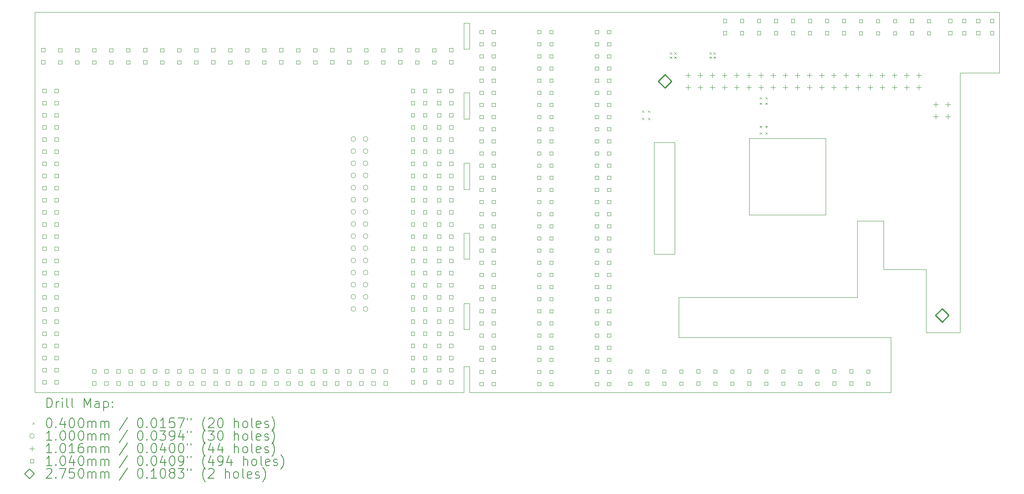
<source format=gbr>
%TF.GenerationSoftware,KiCad,Pcbnew,7.0.7*%
%TF.CreationDate,2024-05-21T18:04:25+02:00*%
%TF.ProjectId,PCB_IOT_SysIntel,5043425f-494f-4545-9f53-7973496e7465,rev?*%
%TF.SameCoordinates,Original*%
%TF.FileFunction,Drillmap*%
%TF.FilePolarity,Positive*%
%FSLAX45Y45*%
G04 Gerber Fmt 4.5, Leading zero omitted, Abs format (unit mm)*
G04 Created by KiCad (PCBNEW 7.0.7) date 2024-05-21 18:04:25*
%MOMM*%
%LPD*%
G01*
G04 APERTURE LIST*
%ADD10C,0.100000*%
%ADD11C,0.200000*%
%ADD12C,0.040000*%
%ADD13C,0.101600*%
%ADD14C,0.104000*%
%ADD15C,0.275000*%
G04 APERTURE END LIST*
D10*
X19939000Y-13982700D02*
X19939000Y-12827000D01*
X11125200Y-13982700D02*
X19939000Y-13982700D01*
X15506700Y-12827000D02*
X15506700Y-11988800D01*
X19939000Y-12827000D02*
X15506700Y-12827000D01*
X21386800Y-6019800D02*
X11023600Y-6019800D01*
X11010900Y-10642600D02*
X11125200Y-10642600D01*
X10960100Y-6019800D02*
X11023600Y-6019800D01*
X20675600Y-12725400D02*
X20675600Y-11404600D01*
X11010900Y-8255000D02*
X11010900Y-7708900D01*
X21386800Y-12725400D02*
X21386800Y-12560300D01*
X11125200Y-12115800D02*
X11125200Y-12661900D01*
X2032000Y-6019800D02*
X2032000Y-13982700D01*
X19240500Y-11988800D02*
X15506700Y-11988800D01*
X21386800Y-7366000D02*
X21386800Y-7289800D01*
X20675600Y-12725400D02*
X21386800Y-12725400D01*
X11010900Y-13436600D02*
X11125200Y-13436600D01*
X19786600Y-11404600D02*
X19786600Y-10388600D01*
X20675600Y-11404600D02*
X20345400Y-11404600D01*
X2032000Y-13982700D02*
X11010900Y-13982700D01*
X11125200Y-12661900D02*
X11010900Y-12661900D01*
X22212300Y-7289800D02*
X22212300Y-6019800D01*
X21386800Y-6019800D02*
X22212300Y-6019800D01*
X11125200Y-7708900D02*
X11125200Y-8255000D01*
X11125200Y-11188700D02*
X11010900Y-11188700D01*
X19672300Y-10388600D02*
X19240500Y-10388600D01*
X11010900Y-6794500D02*
X11010900Y-6248400D01*
X19240500Y-10388600D02*
X19240500Y-11988800D01*
X21386800Y-7366000D02*
X21386800Y-12484100D01*
X16979900Y-8661400D02*
X18580100Y-8661400D01*
X18580100Y-10261600D01*
X16979900Y-10261600D01*
X16979900Y-8661400D01*
X11010900Y-13982700D02*
X11010900Y-13436600D01*
X11010900Y-6248400D02*
X11125200Y-6248400D01*
X19672300Y-10388600D02*
X19786600Y-10388600D01*
X21386800Y-12560300D02*
X21386800Y-12484100D01*
X10960100Y-6019800D02*
X2032000Y-6019800D01*
X11125200Y-10642600D02*
X11125200Y-11188700D01*
X11125200Y-9182100D02*
X11125200Y-9728200D01*
X11010900Y-9182100D02*
X11125200Y-9182100D01*
X11010900Y-12661900D02*
X11010900Y-12115800D01*
X19786600Y-11404600D02*
X20345400Y-11404600D01*
X11125200Y-8255000D02*
X11010900Y-8255000D01*
X11125200Y-6248400D02*
X11125200Y-6794500D01*
X11125200Y-13436600D02*
X11125200Y-13982700D01*
X11010900Y-9728200D02*
X11010900Y-9182100D01*
X14986000Y-8750300D02*
X15417800Y-8750300D01*
X15417800Y-11087100D01*
X14986000Y-11087100D01*
X14986000Y-8750300D01*
X11010900Y-12115800D02*
X11125200Y-12115800D01*
X11125200Y-6794500D02*
X11010900Y-6794500D01*
X22212300Y-7289800D02*
X21386800Y-7289800D01*
X11010900Y-7708900D02*
X11125200Y-7708900D01*
X11125200Y-9728200D02*
X11010900Y-9728200D01*
X11010900Y-11188700D02*
X11010900Y-10642600D01*
D11*
D12*
X14737400Y-8082600D02*
X14777400Y-8122600D01*
X14777400Y-8082600D02*
X14737400Y-8122600D01*
X14737400Y-8235000D02*
X14777400Y-8275000D01*
X14777400Y-8235000D02*
X14737400Y-8275000D01*
X14864400Y-8082600D02*
X14904400Y-8122600D01*
X14904400Y-8082600D02*
X14864400Y-8122600D01*
X14864400Y-8235000D02*
X14904400Y-8275000D01*
X14904400Y-8235000D02*
X14864400Y-8275000D01*
X15321600Y-6863400D02*
X15361600Y-6903400D01*
X15361600Y-6863400D02*
X15321600Y-6903400D01*
X15321600Y-6952300D02*
X15361600Y-6992300D01*
X15361600Y-6952300D02*
X15321600Y-6992300D01*
X15410500Y-6863400D02*
X15450500Y-6903400D01*
X15450500Y-6863400D02*
X15410500Y-6903400D01*
X15410500Y-6952300D02*
X15450500Y-6992300D01*
X15450500Y-6952300D02*
X15410500Y-6992300D01*
X16147100Y-6863400D02*
X16187100Y-6903400D01*
X16187100Y-6863400D02*
X16147100Y-6903400D01*
X16147100Y-6952300D02*
X16187100Y-6992300D01*
X16187100Y-6952300D02*
X16147100Y-6992300D01*
X16236000Y-6863400D02*
X16276000Y-6903400D01*
X16276000Y-6863400D02*
X16236000Y-6903400D01*
X16236000Y-6952300D02*
X16276000Y-6992300D01*
X16276000Y-6952300D02*
X16236000Y-6992300D01*
X17201200Y-7803200D02*
X17241200Y-7843200D01*
X17241200Y-7803200D02*
X17201200Y-7843200D01*
X17201200Y-7917500D02*
X17241200Y-7957500D01*
X17241200Y-7917500D02*
X17201200Y-7957500D01*
X17201200Y-8400100D02*
X17241200Y-8440100D01*
X17241200Y-8400100D02*
X17201200Y-8440100D01*
X17201200Y-8539800D02*
X17241200Y-8579800D01*
X17241200Y-8539800D02*
X17201200Y-8579800D01*
X17315500Y-7803200D02*
X17355500Y-7843200D01*
X17355500Y-7803200D02*
X17315500Y-7843200D01*
X17315500Y-7917500D02*
X17355500Y-7957500D01*
X17355500Y-7917500D02*
X17315500Y-7957500D01*
X17315500Y-8400100D02*
X17355500Y-8440100D01*
X17355500Y-8400100D02*
X17315500Y-8440100D01*
X17315500Y-8539800D02*
X17355500Y-8579800D01*
X17355500Y-8539800D02*
X17315500Y-8579800D01*
D10*
X8749500Y-8679100D02*
G75*
G03*
X8749500Y-8679100I-50000J0D01*
G01*
X8749500Y-8933100D02*
G75*
G03*
X8749500Y-8933100I-50000J0D01*
G01*
X8749500Y-9187100D02*
G75*
G03*
X8749500Y-9187100I-50000J0D01*
G01*
X8749500Y-9441100D02*
G75*
G03*
X8749500Y-9441100I-50000J0D01*
G01*
X8749500Y-9695100D02*
G75*
G03*
X8749500Y-9695100I-50000J0D01*
G01*
X8749500Y-9949100D02*
G75*
G03*
X8749500Y-9949100I-50000J0D01*
G01*
X8749500Y-10203100D02*
G75*
G03*
X8749500Y-10203100I-50000J0D01*
G01*
X8749500Y-10457100D02*
G75*
G03*
X8749500Y-10457100I-50000J0D01*
G01*
X8749500Y-10711100D02*
G75*
G03*
X8749500Y-10711100I-50000J0D01*
G01*
X8749500Y-10965100D02*
G75*
G03*
X8749500Y-10965100I-50000J0D01*
G01*
X8749500Y-11219100D02*
G75*
G03*
X8749500Y-11219100I-50000J0D01*
G01*
X8749500Y-11473100D02*
G75*
G03*
X8749500Y-11473100I-50000J0D01*
G01*
X8749500Y-11727100D02*
G75*
G03*
X8749500Y-11727100I-50000J0D01*
G01*
X8749500Y-11981100D02*
G75*
G03*
X8749500Y-11981100I-50000J0D01*
G01*
X8749500Y-12235100D02*
G75*
G03*
X8749500Y-12235100I-50000J0D01*
G01*
X9003500Y-8679100D02*
G75*
G03*
X9003500Y-8679100I-50000J0D01*
G01*
X9003500Y-8933100D02*
G75*
G03*
X9003500Y-8933100I-50000J0D01*
G01*
X9003500Y-9187100D02*
G75*
G03*
X9003500Y-9187100I-50000J0D01*
G01*
X9003500Y-9441100D02*
G75*
G03*
X9003500Y-9441100I-50000J0D01*
G01*
X9003500Y-9695100D02*
G75*
G03*
X9003500Y-9695100I-50000J0D01*
G01*
X9003500Y-9949100D02*
G75*
G03*
X9003500Y-9949100I-50000J0D01*
G01*
X9003500Y-10203100D02*
G75*
G03*
X9003500Y-10203100I-50000J0D01*
G01*
X9003500Y-10457100D02*
G75*
G03*
X9003500Y-10457100I-50000J0D01*
G01*
X9003500Y-10711100D02*
G75*
G03*
X9003500Y-10711100I-50000J0D01*
G01*
X9003500Y-10965100D02*
G75*
G03*
X9003500Y-10965100I-50000J0D01*
G01*
X9003500Y-11219100D02*
G75*
G03*
X9003500Y-11219100I-50000J0D01*
G01*
X9003500Y-11473100D02*
G75*
G03*
X9003500Y-11473100I-50000J0D01*
G01*
X9003500Y-11727100D02*
G75*
G03*
X9003500Y-11727100I-50000J0D01*
G01*
X9003500Y-11981100D02*
G75*
G03*
X9003500Y-11981100I-50000J0D01*
G01*
X9003500Y-12235100D02*
G75*
G03*
X9003500Y-12235100I-50000J0D01*
G01*
D13*
X15701600Y-7289800D02*
X15701600Y-7391400D01*
X15650800Y-7340600D02*
X15752400Y-7340600D01*
X15701600Y-7543800D02*
X15701600Y-7645400D01*
X15650800Y-7594600D02*
X15752400Y-7594600D01*
X15955600Y-7289800D02*
X15955600Y-7391400D01*
X15904800Y-7340600D02*
X16006400Y-7340600D01*
X15955600Y-7543800D02*
X15955600Y-7645400D01*
X15904800Y-7594600D02*
X16006400Y-7594600D01*
X16209600Y-7289800D02*
X16209600Y-7391400D01*
X16158800Y-7340600D02*
X16260400Y-7340600D01*
X16209600Y-7543800D02*
X16209600Y-7645400D01*
X16158800Y-7594600D02*
X16260400Y-7594600D01*
X16463600Y-7289800D02*
X16463600Y-7391400D01*
X16412800Y-7340600D02*
X16514400Y-7340600D01*
X16463600Y-7543800D02*
X16463600Y-7645400D01*
X16412800Y-7594600D02*
X16514400Y-7594600D01*
X16717600Y-7289800D02*
X16717600Y-7391400D01*
X16666800Y-7340600D02*
X16768400Y-7340600D01*
X16717600Y-7543800D02*
X16717600Y-7645400D01*
X16666800Y-7594600D02*
X16768400Y-7594600D01*
X16971600Y-7289800D02*
X16971600Y-7391400D01*
X16920800Y-7340600D02*
X17022400Y-7340600D01*
X16971600Y-7543800D02*
X16971600Y-7645400D01*
X16920800Y-7594600D02*
X17022400Y-7594600D01*
X17225600Y-7289800D02*
X17225600Y-7391400D01*
X17174800Y-7340600D02*
X17276400Y-7340600D01*
X17225600Y-7543800D02*
X17225600Y-7645400D01*
X17174800Y-7594600D02*
X17276400Y-7594600D01*
X17479600Y-7289800D02*
X17479600Y-7391400D01*
X17428800Y-7340600D02*
X17530400Y-7340600D01*
X17479600Y-7543800D02*
X17479600Y-7645400D01*
X17428800Y-7594600D02*
X17530400Y-7594600D01*
X17733600Y-7289800D02*
X17733600Y-7391400D01*
X17682800Y-7340600D02*
X17784400Y-7340600D01*
X17733600Y-7543800D02*
X17733600Y-7645400D01*
X17682800Y-7594600D02*
X17784400Y-7594600D01*
X17987600Y-7289800D02*
X17987600Y-7391400D01*
X17936800Y-7340600D02*
X18038400Y-7340600D01*
X17987600Y-7543800D02*
X17987600Y-7645400D01*
X17936800Y-7594600D02*
X18038400Y-7594600D01*
X18241600Y-7289800D02*
X18241600Y-7391400D01*
X18190800Y-7340600D02*
X18292400Y-7340600D01*
X18241600Y-7543800D02*
X18241600Y-7645400D01*
X18190800Y-7594600D02*
X18292400Y-7594600D01*
X18495600Y-7289800D02*
X18495600Y-7391400D01*
X18444800Y-7340600D02*
X18546400Y-7340600D01*
X18495600Y-7543800D02*
X18495600Y-7645400D01*
X18444800Y-7594600D02*
X18546400Y-7594600D01*
X18749600Y-7289800D02*
X18749600Y-7391400D01*
X18698800Y-7340600D02*
X18800400Y-7340600D01*
X18749600Y-7543800D02*
X18749600Y-7645400D01*
X18698800Y-7594600D02*
X18800400Y-7594600D01*
X19003600Y-7289800D02*
X19003600Y-7391400D01*
X18952800Y-7340600D02*
X19054400Y-7340600D01*
X19003600Y-7543800D02*
X19003600Y-7645400D01*
X18952800Y-7594600D02*
X19054400Y-7594600D01*
X19257600Y-7289800D02*
X19257600Y-7391400D01*
X19206800Y-7340600D02*
X19308400Y-7340600D01*
X19257600Y-7543800D02*
X19257600Y-7645400D01*
X19206800Y-7594600D02*
X19308400Y-7594600D01*
X19511600Y-7289800D02*
X19511600Y-7391400D01*
X19460800Y-7340600D02*
X19562400Y-7340600D01*
X19511600Y-7543800D02*
X19511600Y-7645400D01*
X19460800Y-7594600D02*
X19562400Y-7594600D01*
X19765600Y-7289800D02*
X19765600Y-7391400D01*
X19714800Y-7340600D02*
X19816400Y-7340600D01*
X19765600Y-7543800D02*
X19765600Y-7645400D01*
X19714800Y-7594600D02*
X19816400Y-7594600D01*
X20019600Y-7289800D02*
X20019600Y-7391400D01*
X19968800Y-7340600D02*
X20070400Y-7340600D01*
X20019600Y-7543800D02*
X20019600Y-7645400D01*
X19968800Y-7594600D02*
X20070400Y-7594600D01*
X20273600Y-7289800D02*
X20273600Y-7391400D01*
X20222800Y-7340600D02*
X20324400Y-7340600D01*
X20273600Y-7543800D02*
X20273600Y-7645400D01*
X20222800Y-7594600D02*
X20324400Y-7594600D01*
X20527600Y-7289800D02*
X20527600Y-7391400D01*
X20476800Y-7340600D02*
X20578400Y-7340600D01*
X20527600Y-7543800D02*
X20527600Y-7645400D01*
X20476800Y-7594600D02*
X20578400Y-7594600D01*
X20883600Y-7902100D02*
X20883600Y-8003700D01*
X20832800Y-7952900D02*
X20934400Y-7952900D01*
X20883600Y-8156100D02*
X20883600Y-8257700D01*
X20832800Y-8206900D02*
X20934400Y-8206900D01*
X21137600Y-7902100D02*
X21137600Y-8003700D01*
X21086800Y-7952900D02*
X21188400Y-7952900D01*
X21137600Y-8156100D02*
X21137600Y-8257700D01*
X21086800Y-8206900D02*
X21188400Y-8206900D01*
D14*
X2246570Y-6853320D02*
X2246570Y-6779780D01*
X2173030Y-6779780D01*
X2173030Y-6853320D01*
X2246570Y-6853320D01*
X2246570Y-7107320D02*
X2246570Y-7033780D01*
X2173030Y-7033780D01*
X2173030Y-7107320D01*
X2246570Y-7107320D01*
X2271970Y-7707570D02*
X2271970Y-7634030D01*
X2198430Y-7634030D01*
X2198430Y-7707570D01*
X2271970Y-7707570D01*
X2271970Y-7961570D02*
X2271970Y-7888030D01*
X2198430Y-7888030D01*
X2198430Y-7961570D01*
X2271970Y-7961570D01*
X2271970Y-8215570D02*
X2271970Y-8142030D01*
X2198430Y-8142030D01*
X2198430Y-8215570D01*
X2271970Y-8215570D01*
X2271970Y-8469570D02*
X2271970Y-8396030D01*
X2198430Y-8396030D01*
X2198430Y-8469570D01*
X2271970Y-8469570D01*
X2271970Y-8723570D02*
X2271970Y-8650030D01*
X2198430Y-8650030D01*
X2198430Y-8723570D01*
X2271970Y-8723570D01*
X2271970Y-8977570D02*
X2271970Y-8904030D01*
X2198430Y-8904030D01*
X2198430Y-8977570D01*
X2271970Y-8977570D01*
X2271970Y-9231570D02*
X2271970Y-9158030D01*
X2198430Y-9158030D01*
X2198430Y-9231570D01*
X2271970Y-9231570D01*
X2271970Y-9485570D02*
X2271970Y-9412030D01*
X2198430Y-9412030D01*
X2198430Y-9485570D01*
X2271970Y-9485570D01*
X2271970Y-9739570D02*
X2271970Y-9666030D01*
X2198430Y-9666030D01*
X2198430Y-9739570D01*
X2271970Y-9739570D01*
X2271970Y-9993570D02*
X2271970Y-9920030D01*
X2198430Y-9920030D01*
X2198430Y-9993570D01*
X2271970Y-9993570D01*
X2271970Y-10247570D02*
X2271970Y-10174030D01*
X2198430Y-10174030D01*
X2198430Y-10247570D01*
X2271970Y-10247570D01*
X2271970Y-10501570D02*
X2271970Y-10428030D01*
X2198430Y-10428030D01*
X2198430Y-10501570D01*
X2271970Y-10501570D01*
X2271970Y-10755570D02*
X2271970Y-10682030D01*
X2198430Y-10682030D01*
X2198430Y-10755570D01*
X2271970Y-10755570D01*
X2271970Y-11009570D02*
X2271970Y-10936030D01*
X2198430Y-10936030D01*
X2198430Y-11009570D01*
X2271970Y-11009570D01*
X2271970Y-11263570D02*
X2271970Y-11190030D01*
X2198430Y-11190030D01*
X2198430Y-11263570D01*
X2271970Y-11263570D01*
X2271970Y-11517570D02*
X2271970Y-11444030D01*
X2198430Y-11444030D01*
X2198430Y-11517570D01*
X2271970Y-11517570D01*
X2271970Y-11771570D02*
X2271970Y-11698030D01*
X2198430Y-11698030D01*
X2198430Y-11771570D01*
X2271970Y-11771570D01*
X2271970Y-12025570D02*
X2271970Y-11952030D01*
X2198430Y-11952030D01*
X2198430Y-12025570D01*
X2271970Y-12025570D01*
X2271970Y-12279570D02*
X2271970Y-12206030D01*
X2198430Y-12206030D01*
X2198430Y-12279570D01*
X2271970Y-12279570D01*
X2271970Y-12533570D02*
X2271970Y-12460030D01*
X2198430Y-12460030D01*
X2198430Y-12533570D01*
X2271970Y-12533570D01*
X2271970Y-12787570D02*
X2271970Y-12714030D01*
X2198430Y-12714030D01*
X2198430Y-12787570D01*
X2271970Y-12787570D01*
X2271970Y-13041570D02*
X2271970Y-12968030D01*
X2198430Y-12968030D01*
X2198430Y-13041570D01*
X2271970Y-13041570D01*
X2271970Y-13295570D02*
X2271970Y-13222030D01*
X2198430Y-13222030D01*
X2198430Y-13295570D01*
X2271970Y-13295570D01*
X2271970Y-13549570D02*
X2271970Y-13476030D01*
X2198430Y-13476030D01*
X2198430Y-13549570D01*
X2271970Y-13549570D01*
X2271970Y-13803570D02*
X2271970Y-13730030D01*
X2198430Y-13730030D01*
X2198430Y-13803570D01*
X2271970Y-13803570D01*
X2525970Y-7707570D02*
X2525970Y-7634030D01*
X2452430Y-7634030D01*
X2452430Y-7707570D01*
X2525970Y-7707570D01*
X2525970Y-7961570D02*
X2525970Y-7888030D01*
X2452430Y-7888030D01*
X2452430Y-7961570D01*
X2525970Y-7961570D01*
X2525970Y-8215570D02*
X2525970Y-8142030D01*
X2452430Y-8142030D01*
X2452430Y-8215570D01*
X2525970Y-8215570D01*
X2525970Y-8469570D02*
X2525970Y-8396030D01*
X2452430Y-8396030D01*
X2452430Y-8469570D01*
X2525970Y-8469570D01*
X2525970Y-8723570D02*
X2525970Y-8650030D01*
X2452430Y-8650030D01*
X2452430Y-8723570D01*
X2525970Y-8723570D01*
X2525970Y-8977570D02*
X2525970Y-8904030D01*
X2452430Y-8904030D01*
X2452430Y-8977570D01*
X2525970Y-8977570D01*
X2525970Y-9231570D02*
X2525970Y-9158030D01*
X2452430Y-9158030D01*
X2452430Y-9231570D01*
X2525970Y-9231570D01*
X2525970Y-9485570D02*
X2525970Y-9412030D01*
X2452430Y-9412030D01*
X2452430Y-9485570D01*
X2525970Y-9485570D01*
X2525970Y-9739570D02*
X2525970Y-9666030D01*
X2452430Y-9666030D01*
X2452430Y-9739570D01*
X2525970Y-9739570D01*
X2525970Y-9993570D02*
X2525970Y-9920030D01*
X2452430Y-9920030D01*
X2452430Y-9993570D01*
X2525970Y-9993570D01*
X2525970Y-10247570D02*
X2525970Y-10174030D01*
X2452430Y-10174030D01*
X2452430Y-10247570D01*
X2525970Y-10247570D01*
X2525970Y-10501570D02*
X2525970Y-10428030D01*
X2452430Y-10428030D01*
X2452430Y-10501570D01*
X2525970Y-10501570D01*
X2525970Y-10755570D02*
X2525970Y-10682030D01*
X2452430Y-10682030D01*
X2452430Y-10755570D01*
X2525970Y-10755570D01*
X2525970Y-11009570D02*
X2525970Y-10936030D01*
X2452430Y-10936030D01*
X2452430Y-11009570D01*
X2525970Y-11009570D01*
X2525970Y-11263570D02*
X2525970Y-11190030D01*
X2452430Y-11190030D01*
X2452430Y-11263570D01*
X2525970Y-11263570D01*
X2525970Y-11517570D02*
X2525970Y-11444030D01*
X2452430Y-11444030D01*
X2452430Y-11517570D01*
X2525970Y-11517570D01*
X2525970Y-11771570D02*
X2525970Y-11698030D01*
X2452430Y-11698030D01*
X2452430Y-11771570D01*
X2525970Y-11771570D01*
X2525970Y-12025570D02*
X2525970Y-11952030D01*
X2452430Y-11952030D01*
X2452430Y-12025570D01*
X2525970Y-12025570D01*
X2525970Y-12279570D02*
X2525970Y-12206030D01*
X2452430Y-12206030D01*
X2452430Y-12279570D01*
X2525970Y-12279570D01*
X2525970Y-12533570D02*
X2525970Y-12460030D01*
X2452430Y-12460030D01*
X2452430Y-12533570D01*
X2525970Y-12533570D01*
X2525970Y-12787570D02*
X2525970Y-12714030D01*
X2452430Y-12714030D01*
X2452430Y-12787570D01*
X2525970Y-12787570D01*
X2525970Y-13041570D02*
X2525970Y-12968030D01*
X2452430Y-12968030D01*
X2452430Y-13041570D01*
X2525970Y-13041570D01*
X2525970Y-13295570D02*
X2525970Y-13222030D01*
X2452430Y-13222030D01*
X2452430Y-13295570D01*
X2525970Y-13295570D01*
X2525970Y-13549570D02*
X2525970Y-13476030D01*
X2452430Y-13476030D01*
X2452430Y-13549570D01*
X2525970Y-13549570D01*
X2525970Y-13803570D02*
X2525970Y-13730030D01*
X2452430Y-13730030D01*
X2452430Y-13803570D01*
X2525970Y-13803570D01*
X2602170Y-6856670D02*
X2602170Y-6783130D01*
X2528630Y-6783130D01*
X2528630Y-6856670D01*
X2602170Y-6856670D01*
X2602170Y-7110670D02*
X2602170Y-7037130D01*
X2528630Y-7037130D01*
X2528630Y-7110670D01*
X2602170Y-7110670D01*
X2957770Y-6856670D02*
X2957770Y-6783130D01*
X2884230Y-6783130D01*
X2884230Y-6856670D01*
X2957770Y-6856670D01*
X2957770Y-7110670D02*
X2957770Y-7037130D01*
X2884230Y-7037130D01*
X2884230Y-7110670D01*
X2957770Y-7110670D01*
X3313370Y-6856670D02*
X3313370Y-6783130D01*
X3239830Y-6783130D01*
X3239830Y-6856670D01*
X3313370Y-6856670D01*
X3313370Y-7110670D02*
X3313370Y-7037130D01*
X3239830Y-7037130D01*
X3239830Y-7110670D01*
X3313370Y-7110670D01*
X3313370Y-13574970D02*
X3313370Y-13501430D01*
X3239830Y-13501430D01*
X3239830Y-13574970D01*
X3313370Y-13574970D01*
X3313370Y-13828970D02*
X3313370Y-13755430D01*
X3239830Y-13755430D01*
X3239830Y-13828970D01*
X3313370Y-13828970D01*
X3567370Y-13574970D02*
X3567370Y-13501430D01*
X3493830Y-13501430D01*
X3493830Y-13574970D01*
X3567370Y-13574970D01*
X3567370Y-13828970D02*
X3567370Y-13755430D01*
X3493830Y-13755430D01*
X3493830Y-13828970D01*
X3567370Y-13828970D01*
X3668970Y-6856670D02*
X3668970Y-6783130D01*
X3595430Y-6783130D01*
X3595430Y-6856670D01*
X3668970Y-6856670D01*
X3668970Y-7110670D02*
X3668970Y-7037130D01*
X3595430Y-7037130D01*
X3595430Y-7110670D01*
X3668970Y-7110670D01*
X3821370Y-13574970D02*
X3821370Y-13501430D01*
X3747830Y-13501430D01*
X3747830Y-13574970D01*
X3821370Y-13574970D01*
X3821370Y-13828970D02*
X3821370Y-13755430D01*
X3747830Y-13755430D01*
X3747830Y-13828970D01*
X3821370Y-13828970D01*
X4024570Y-6856670D02*
X4024570Y-6783130D01*
X3951030Y-6783130D01*
X3951030Y-6856670D01*
X4024570Y-6856670D01*
X4024570Y-7110670D02*
X4024570Y-7037130D01*
X3951030Y-7037130D01*
X3951030Y-7110670D01*
X4024570Y-7110670D01*
X4075370Y-13574970D02*
X4075370Y-13501430D01*
X4001830Y-13501430D01*
X4001830Y-13574970D01*
X4075370Y-13574970D01*
X4075370Y-13828970D02*
X4075370Y-13755430D01*
X4001830Y-13755430D01*
X4001830Y-13828970D01*
X4075370Y-13828970D01*
X4329370Y-13574970D02*
X4329370Y-13501430D01*
X4255830Y-13501430D01*
X4255830Y-13574970D01*
X4329370Y-13574970D01*
X4329370Y-13828970D02*
X4329370Y-13755430D01*
X4255830Y-13755430D01*
X4255830Y-13828970D01*
X4329370Y-13828970D01*
X4380170Y-6853320D02*
X4380170Y-6779780D01*
X4306630Y-6779780D01*
X4306630Y-6853320D01*
X4380170Y-6853320D01*
X4380170Y-7107320D02*
X4380170Y-7033780D01*
X4306630Y-7033780D01*
X4306630Y-7107320D01*
X4380170Y-7107320D01*
X4583370Y-13574970D02*
X4583370Y-13501430D01*
X4509830Y-13501430D01*
X4509830Y-13574970D01*
X4583370Y-13574970D01*
X4583370Y-13828970D02*
X4583370Y-13755430D01*
X4509830Y-13755430D01*
X4509830Y-13828970D01*
X4583370Y-13828970D01*
X4735770Y-6856670D02*
X4735770Y-6783130D01*
X4662230Y-6783130D01*
X4662230Y-6856670D01*
X4735770Y-6856670D01*
X4735770Y-7110670D02*
X4735770Y-7037130D01*
X4662230Y-7037130D01*
X4662230Y-7110670D01*
X4735770Y-7110670D01*
X4837370Y-13574970D02*
X4837370Y-13501430D01*
X4763830Y-13501430D01*
X4763830Y-13574970D01*
X4837370Y-13574970D01*
X4837370Y-13828970D02*
X4837370Y-13755430D01*
X4763830Y-13755430D01*
X4763830Y-13828970D01*
X4837370Y-13828970D01*
X5091370Y-6856670D02*
X5091370Y-6783130D01*
X5017830Y-6783130D01*
X5017830Y-6856670D01*
X5091370Y-6856670D01*
X5091370Y-7110670D02*
X5091370Y-7037130D01*
X5017830Y-7037130D01*
X5017830Y-7110670D01*
X5091370Y-7110670D01*
X5091370Y-13574970D02*
X5091370Y-13501430D01*
X5017830Y-13501430D01*
X5017830Y-13574970D01*
X5091370Y-13574970D01*
X5091370Y-13828970D02*
X5091370Y-13755430D01*
X5017830Y-13755430D01*
X5017830Y-13828970D01*
X5091370Y-13828970D01*
X5345370Y-13574970D02*
X5345370Y-13501430D01*
X5271830Y-13501430D01*
X5271830Y-13574970D01*
X5345370Y-13574970D01*
X5345370Y-13828970D02*
X5345370Y-13755430D01*
X5271830Y-13755430D01*
X5271830Y-13828970D01*
X5345370Y-13828970D01*
X5446970Y-6856670D02*
X5446970Y-6783130D01*
X5373430Y-6783130D01*
X5373430Y-6856670D01*
X5446970Y-6856670D01*
X5446970Y-7110670D02*
X5446970Y-7037130D01*
X5373430Y-7037130D01*
X5373430Y-7110670D01*
X5446970Y-7110670D01*
X5599370Y-13574970D02*
X5599370Y-13501430D01*
X5525830Y-13501430D01*
X5525830Y-13574970D01*
X5599370Y-13574970D01*
X5599370Y-13828970D02*
X5599370Y-13755430D01*
X5525830Y-13755430D01*
X5525830Y-13828970D01*
X5599370Y-13828970D01*
X5802570Y-6853320D02*
X5802570Y-6779780D01*
X5729030Y-6779780D01*
X5729030Y-6853320D01*
X5802570Y-6853320D01*
X5802570Y-7107320D02*
X5802570Y-7033780D01*
X5729030Y-7033780D01*
X5729030Y-7107320D01*
X5802570Y-7107320D01*
X5853370Y-13574970D02*
X5853370Y-13501430D01*
X5779830Y-13501430D01*
X5779830Y-13574970D01*
X5853370Y-13574970D01*
X5853370Y-13828970D02*
X5853370Y-13755430D01*
X5779830Y-13755430D01*
X5779830Y-13828970D01*
X5853370Y-13828970D01*
X6107370Y-13574970D02*
X6107370Y-13501430D01*
X6033830Y-13501430D01*
X6033830Y-13574970D01*
X6107370Y-13574970D01*
X6107370Y-13828970D02*
X6107370Y-13755430D01*
X6033830Y-13755430D01*
X6033830Y-13828970D01*
X6107370Y-13828970D01*
X6158170Y-6856670D02*
X6158170Y-6783130D01*
X6084630Y-6783130D01*
X6084630Y-6856670D01*
X6158170Y-6856670D01*
X6158170Y-7110670D02*
X6158170Y-7037130D01*
X6084630Y-7037130D01*
X6084630Y-7110670D01*
X6158170Y-7110670D01*
X6361370Y-13574970D02*
X6361370Y-13501430D01*
X6287830Y-13501430D01*
X6287830Y-13574970D01*
X6361370Y-13574970D01*
X6361370Y-13828970D02*
X6361370Y-13755430D01*
X6287830Y-13755430D01*
X6287830Y-13828970D01*
X6361370Y-13828970D01*
X6513770Y-6856670D02*
X6513770Y-6783130D01*
X6440230Y-6783130D01*
X6440230Y-6856670D01*
X6513770Y-6856670D01*
X6513770Y-7110670D02*
X6513770Y-7037130D01*
X6440230Y-7037130D01*
X6440230Y-7110670D01*
X6513770Y-7110670D01*
X6615370Y-13574970D02*
X6615370Y-13501430D01*
X6541830Y-13501430D01*
X6541830Y-13574970D01*
X6615370Y-13574970D01*
X6615370Y-13828970D02*
X6615370Y-13755430D01*
X6541830Y-13755430D01*
X6541830Y-13828970D01*
X6615370Y-13828970D01*
X6869370Y-6856670D02*
X6869370Y-6783130D01*
X6795830Y-6783130D01*
X6795830Y-6856670D01*
X6869370Y-6856670D01*
X6869370Y-7110670D02*
X6869370Y-7037130D01*
X6795830Y-7037130D01*
X6795830Y-7110670D01*
X6869370Y-7110670D01*
X6869370Y-13574970D02*
X6869370Y-13501430D01*
X6795830Y-13501430D01*
X6795830Y-13574970D01*
X6869370Y-13574970D01*
X6869370Y-13828970D02*
X6869370Y-13755430D01*
X6795830Y-13755430D01*
X6795830Y-13828970D01*
X6869370Y-13828970D01*
X7123370Y-13574970D02*
X7123370Y-13501430D01*
X7049830Y-13501430D01*
X7049830Y-13574970D01*
X7123370Y-13574970D01*
X7123370Y-13828970D02*
X7123370Y-13755430D01*
X7049830Y-13755430D01*
X7049830Y-13828970D01*
X7123370Y-13828970D01*
X7224970Y-6853320D02*
X7224970Y-6779780D01*
X7151430Y-6779780D01*
X7151430Y-6853320D01*
X7224970Y-6853320D01*
X7224970Y-7107320D02*
X7224970Y-7033780D01*
X7151430Y-7033780D01*
X7151430Y-7107320D01*
X7224970Y-7107320D01*
X7377370Y-13574970D02*
X7377370Y-13501430D01*
X7303830Y-13501430D01*
X7303830Y-13574970D01*
X7377370Y-13574970D01*
X7377370Y-13828970D02*
X7377370Y-13755430D01*
X7303830Y-13755430D01*
X7303830Y-13828970D01*
X7377370Y-13828970D01*
X7580570Y-6856670D02*
X7580570Y-6783130D01*
X7507030Y-6783130D01*
X7507030Y-6856670D01*
X7580570Y-6856670D01*
X7580570Y-7110670D02*
X7580570Y-7037130D01*
X7507030Y-7037130D01*
X7507030Y-7110670D01*
X7580570Y-7110670D01*
X7631370Y-13574970D02*
X7631370Y-13501430D01*
X7557830Y-13501430D01*
X7557830Y-13574970D01*
X7631370Y-13574970D01*
X7631370Y-13828970D02*
X7631370Y-13755430D01*
X7557830Y-13755430D01*
X7557830Y-13828970D01*
X7631370Y-13828970D01*
X7885370Y-13574970D02*
X7885370Y-13501430D01*
X7811830Y-13501430D01*
X7811830Y-13574970D01*
X7885370Y-13574970D01*
X7885370Y-13828970D02*
X7885370Y-13755430D01*
X7811830Y-13755430D01*
X7811830Y-13828970D01*
X7885370Y-13828970D01*
X7936170Y-6856670D02*
X7936170Y-6783130D01*
X7862630Y-6783130D01*
X7862630Y-6856670D01*
X7936170Y-6856670D01*
X7936170Y-7110670D02*
X7936170Y-7037130D01*
X7862630Y-7037130D01*
X7862630Y-7110670D01*
X7936170Y-7110670D01*
X8139370Y-13574970D02*
X8139370Y-13501430D01*
X8065830Y-13501430D01*
X8065830Y-13574970D01*
X8139370Y-13574970D01*
X8139370Y-13828970D02*
X8139370Y-13755430D01*
X8065830Y-13755430D01*
X8065830Y-13828970D01*
X8139370Y-13828970D01*
X8291770Y-6853320D02*
X8291770Y-6779780D01*
X8218230Y-6779780D01*
X8218230Y-6853320D01*
X8291770Y-6853320D01*
X8291770Y-7107320D02*
X8291770Y-7033780D01*
X8218230Y-7033780D01*
X8218230Y-7107320D01*
X8291770Y-7107320D01*
X8393370Y-13574970D02*
X8393370Y-13501430D01*
X8319830Y-13501430D01*
X8319830Y-13574970D01*
X8393370Y-13574970D01*
X8393370Y-13828970D02*
X8393370Y-13755430D01*
X8319830Y-13755430D01*
X8319830Y-13828970D01*
X8393370Y-13828970D01*
X8647370Y-6853320D02*
X8647370Y-6779780D01*
X8573830Y-6779780D01*
X8573830Y-6853320D01*
X8647370Y-6853320D01*
X8647370Y-7107320D02*
X8647370Y-7033780D01*
X8573830Y-7033780D01*
X8573830Y-7107320D01*
X8647370Y-7107320D01*
X8647370Y-13574970D02*
X8647370Y-13501430D01*
X8573830Y-13501430D01*
X8573830Y-13574970D01*
X8647370Y-13574970D01*
X8647370Y-13828970D02*
X8647370Y-13755430D01*
X8573830Y-13755430D01*
X8573830Y-13828970D01*
X8647370Y-13828970D01*
X8901370Y-13574970D02*
X8901370Y-13501430D01*
X8827830Y-13501430D01*
X8827830Y-13574970D01*
X8901370Y-13574970D01*
X8901370Y-13828970D02*
X8901370Y-13755430D01*
X8827830Y-13755430D01*
X8827830Y-13828970D01*
X8901370Y-13828970D01*
X9002970Y-6856670D02*
X9002970Y-6783130D01*
X8929430Y-6783130D01*
X8929430Y-6856670D01*
X9002970Y-6856670D01*
X9002970Y-7110670D02*
X9002970Y-7037130D01*
X8929430Y-7037130D01*
X8929430Y-7110670D01*
X9002970Y-7110670D01*
X9155370Y-13574970D02*
X9155370Y-13501430D01*
X9081830Y-13501430D01*
X9081830Y-13574970D01*
X9155370Y-13574970D01*
X9155370Y-13828970D02*
X9155370Y-13755430D01*
X9081830Y-13755430D01*
X9081830Y-13828970D01*
X9155370Y-13828970D01*
X9358570Y-6856670D02*
X9358570Y-6783130D01*
X9285030Y-6783130D01*
X9285030Y-6856670D01*
X9358570Y-6856670D01*
X9358570Y-7110670D02*
X9358570Y-7037130D01*
X9285030Y-7037130D01*
X9285030Y-7110670D01*
X9358570Y-7110670D01*
X9409370Y-13574970D02*
X9409370Y-13501430D01*
X9335830Y-13501430D01*
X9335830Y-13574970D01*
X9409370Y-13574970D01*
X9409370Y-13828970D02*
X9409370Y-13755430D01*
X9335830Y-13755430D01*
X9335830Y-13828970D01*
X9409370Y-13828970D01*
X9714170Y-6853320D02*
X9714170Y-6779780D01*
X9640630Y-6779780D01*
X9640630Y-6853320D01*
X9714170Y-6853320D01*
X9714170Y-7107320D02*
X9714170Y-7033780D01*
X9640630Y-7033780D01*
X9640630Y-7107320D01*
X9714170Y-7107320D01*
X9980870Y-7707570D02*
X9980870Y-7634030D01*
X9907330Y-7634030D01*
X9907330Y-7707570D01*
X9980870Y-7707570D01*
X9980870Y-7961570D02*
X9980870Y-7888030D01*
X9907330Y-7888030D01*
X9907330Y-7961570D01*
X9980870Y-7961570D01*
X9980870Y-8215570D02*
X9980870Y-8142030D01*
X9907330Y-8142030D01*
X9907330Y-8215570D01*
X9980870Y-8215570D01*
X9980870Y-8469570D02*
X9980870Y-8396030D01*
X9907330Y-8396030D01*
X9907330Y-8469570D01*
X9980870Y-8469570D01*
X9980870Y-8723570D02*
X9980870Y-8650030D01*
X9907330Y-8650030D01*
X9907330Y-8723570D01*
X9980870Y-8723570D01*
X9980870Y-8977570D02*
X9980870Y-8904030D01*
X9907330Y-8904030D01*
X9907330Y-8977570D01*
X9980870Y-8977570D01*
X9980870Y-9231570D02*
X9980870Y-9158030D01*
X9907330Y-9158030D01*
X9907330Y-9231570D01*
X9980870Y-9231570D01*
X9980870Y-9485570D02*
X9980870Y-9412030D01*
X9907330Y-9412030D01*
X9907330Y-9485570D01*
X9980870Y-9485570D01*
X9980870Y-9739570D02*
X9980870Y-9666030D01*
X9907330Y-9666030D01*
X9907330Y-9739570D01*
X9980870Y-9739570D01*
X9980870Y-9993570D02*
X9980870Y-9920030D01*
X9907330Y-9920030D01*
X9907330Y-9993570D01*
X9980870Y-9993570D01*
X9980870Y-10247570D02*
X9980870Y-10174030D01*
X9907330Y-10174030D01*
X9907330Y-10247570D01*
X9980870Y-10247570D01*
X9980870Y-10501570D02*
X9980870Y-10428030D01*
X9907330Y-10428030D01*
X9907330Y-10501570D01*
X9980870Y-10501570D01*
X9980870Y-10755570D02*
X9980870Y-10682030D01*
X9907330Y-10682030D01*
X9907330Y-10755570D01*
X9980870Y-10755570D01*
X9980870Y-11009570D02*
X9980870Y-10936030D01*
X9907330Y-10936030D01*
X9907330Y-11009570D01*
X9980870Y-11009570D01*
X9980870Y-11263570D02*
X9980870Y-11190030D01*
X9907330Y-11190030D01*
X9907330Y-11263570D01*
X9980870Y-11263570D01*
X9980870Y-11517570D02*
X9980870Y-11444030D01*
X9907330Y-11444030D01*
X9907330Y-11517570D01*
X9980870Y-11517570D01*
X9980870Y-11771570D02*
X9980870Y-11698030D01*
X9907330Y-11698030D01*
X9907330Y-11771570D01*
X9980870Y-11771570D01*
X9980870Y-12025570D02*
X9980870Y-11952030D01*
X9907330Y-11952030D01*
X9907330Y-12025570D01*
X9980870Y-12025570D01*
X9980870Y-12279570D02*
X9980870Y-12206030D01*
X9907330Y-12206030D01*
X9907330Y-12279570D01*
X9980870Y-12279570D01*
X9980870Y-12533570D02*
X9980870Y-12460030D01*
X9907330Y-12460030D01*
X9907330Y-12533570D01*
X9980870Y-12533570D01*
X9980870Y-12787570D02*
X9980870Y-12714030D01*
X9907330Y-12714030D01*
X9907330Y-12787570D01*
X9980870Y-12787570D01*
X9980870Y-13041570D02*
X9980870Y-12968030D01*
X9907330Y-12968030D01*
X9907330Y-13041570D01*
X9980870Y-13041570D01*
X9980870Y-13295570D02*
X9980870Y-13222030D01*
X9907330Y-13222030D01*
X9907330Y-13295570D01*
X9980870Y-13295570D01*
X9980870Y-13549570D02*
X9980870Y-13476030D01*
X9907330Y-13476030D01*
X9907330Y-13549570D01*
X9980870Y-13549570D01*
X9980870Y-13803570D02*
X9980870Y-13730030D01*
X9907330Y-13730030D01*
X9907330Y-13803570D01*
X9980870Y-13803570D01*
X10069770Y-6856670D02*
X10069770Y-6783130D01*
X9996230Y-6783130D01*
X9996230Y-6856670D01*
X10069770Y-6856670D01*
X10069770Y-7110670D02*
X10069770Y-7037130D01*
X9996230Y-7037130D01*
X9996230Y-7110670D01*
X10069770Y-7110670D01*
X10234870Y-7707570D02*
X10234870Y-7634030D01*
X10161330Y-7634030D01*
X10161330Y-7707570D01*
X10234870Y-7707570D01*
X10234870Y-7961570D02*
X10234870Y-7888030D01*
X10161330Y-7888030D01*
X10161330Y-7961570D01*
X10234870Y-7961570D01*
X10234870Y-8215570D02*
X10234870Y-8142030D01*
X10161330Y-8142030D01*
X10161330Y-8215570D01*
X10234870Y-8215570D01*
X10234870Y-8469570D02*
X10234870Y-8396030D01*
X10161330Y-8396030D01*
X10161330Y-8469570D01*
X10234870Y-8469570D01*
X10234870Y-8723570D02*
X10234870Y-8650030D01*
X10161330Y-8650030D01*
X10161330Y-8723570D01*
X10234870Y-8723570D01*
X10234870Y-8977570D02*
X10234870Y-8904030D01*
X10161330Y-8904030D01*
X10161330Y-8977570D01*
X10234870Y-8977570D01*
X10234870Y-9231570D02*
X10234870Y-9158030D01*
X10161330Y-9158030D01*
X10161330Y-9231570D01*
X10234870Y-9231570D01*
X10234870Y-9485570D02*
X10234870Y-9412030D01*
X10161330Y-9412030D01*
X10161330Y-9485570D01*
X10234870Y-9485570D01*
X10234870Y-9739570D02*
X10234870Y-9666030D01*
X10161330Y-9666030D01*
X10161330Y-9739570D01*
X10234870Y-9739570D01*
X10234870Y-9993570D02*
X10234870Y-9920030D01*
X10161330Y-9920030D01*
X10161330Y-9993570D01*
X10234870Y-9993570D01*
X10234870Y-10247570D02*
X10234870Y-10174030D01*
X10161330Y-10174030D01*
X10161330Y-10247570D01*
X10234870Y-10247570D01*
X10234870Y-10501570D02*
X10234870Y-10428030D01*
X10161330Y-10428030D01*
X10161330Y-10501570D01*
X10234870Y-10501570D01*
X10234870Y-10755570D02*
X10234870Y-10682030D01*
X10161330Y-10682030D01*
X10161330Y-10755570D01*
X10234870Y-10755570D01*
X10234870Y-11009570D02*
X10234870Y-10936030D01*
X10161330Y-10936030D01*
X10161330Y-11009570D01*
X10234870Y-11009570D01*
X10234870Y-11263570D02*
X10234870Y-11190030D01*
X10161330Y-11190030D01*
X10161330Y-11263570D01*
X10234870Y-11263570D01*
X10234870Y-11517570D02*
X10234870Y-11444030D01*
X10161330Y-11444030D01*
X10161330Y-11517570D01*
X10234870Y-11517570D01*
X10234870Y-11771570D02*
X10234870Y-11698030D01*
X10161330Y-11698030D01*
X10161330Y-11771570D01*
X10234870Y-11771570D01*
X10234870Y-12025570D02*
X10234870Y-11952030D01*
X10161330Y-11952030D01*
X10161330Y-12025570D01*
X10234870Y-12025570D01*
X10234870Y-12279570D02*
X10234870Y-12206030D01*
X10161330Y-12206030D01*
X10161330Y-12279570D01*
X10234870Y-12279570D01*
X10234870Y-12533570D02*
X10234870Y-12460030D01*
X10161330Y-12460030D01*
X10161330Y-12533570D01*
X10234870Y-12533570D01*
X10234870Y-12787570D02*
X10234870Y-12714030D01*
X10161330Y-12714030D01*
X10161330Y-12787570D01*
X10234870Y-12787570D01*
X10234870Y-13041570D02*
X10234870Y-12968030D01*
X10161330Y-12968030D01*
X10161330Y-13041570D01*
X10234870Y-13041570D01*
X10234870Y-13295570D02*
X10234870Y-13222030D01*
X10161330Y-13222030D01*
X10161330Y-13295570D01*
X10234870Y-13295570D01*
X10234870Y-13549570D02*
X10234870Y-13476030D01*
X10161330Y-13476030D01*
X10161330Y-13549570D01*
X10234870Y-13549570D01*
X10234870Y-13803570D02*
X10234870Y-13730030D01*
X10161330Y-13730030D01*
X10161330Y-13803570D01*
X10234870Y-13803570D01*
X10425370Y-6856670D02*
X10425370Y-6783130D01*
X10351830Y-6783130D01*
X10351830Y-6856670D01*
X10425370Y-6856670D01*
X10425370Y-7110670D02*
X10425370Y-7037130D01*
X10351830Y-7037130D01*
X10351830Y-7110670D01*
X10425370Y-7110670D01*
X10526970Y-7707570D02*
X10526970Y-7634030D01*
X10453430Y-7634030D01*
X10453430Y-7707570D01*
X10526970Y-7707570D01*
X10526970Y-7961570D02*
X10526970Y-7888030D01*
X10453430Y-7888030D01*
X10453430Y-7961570D01*
X10526970Y-7961570D01*
X10526970Y-8215570D02*
X10526970Y-8142030D01*
X10453430Y-8142030D01*
X10453430Y-8215570D01*
X10526970Y-8215570D01*
X10526970Y-8469570D02*
X10526970Y-8396030D01*
X10453430Y-8396030D01*
X10453430Y-8469570D01*
X10526970Y-8469570D01*
X10526970Y-8723570D02*
X10526970Y-8650030D01*
X10453430Y-8650030D01*
X10453430Y-8723570D01*
X10526970Y-8723570D01*
X10526970Y-8977570D02*
X10526970Y-8904030D01*
X10453430Y-8904030D01*
X10453430Y-8977570D01*
X10526970Y-8977570D01*
X10526970Y-9231570D02*
X10526970Y-9158030D01*
X10453430Y-9158030D01*
X10453430Y-9231570D01*
X10526970Y-9231570D01*
X10526970Y-9485570D02*
X10526970Y-9412030D01*
X10453430Y-9412030D01*
X10453430Y-9485570D01*
X10526970Y-9485570D01*
X10526970Y-9739570D02*
X10526970Y-9666030D01*
X10453430Y-9666030D01*
X10453430Y-9739570D01*
X10526970Y-9739570D01*
X10526970Y-9993570D02*
X10526970Y-9920030D01*
X10453430Y-9920030D01*
X10453430Y-9993570D01*
X10526970Y-9993570D01*
X10526970Y-10247570D02*
X10526970Y-10174030D01*
X10453430Y-10174030D01*
X10453430Y-10247570D01*
X10526970Y-10247570D01*
X10526970Y-10501570D02*
X10526970Y-10428030D01*
X10453430Y-10428030D01*
X10453430Y-10501570D01*
X10526970Y-10501570D01*
X10526970Y-10755570D02*
X10526970Y-10682030D01*
X10453430Y-10682030D01*
X10453430Y-10755570D01*
X10526970Y-10755570D01*
X10526970Y-11009570D02*
X10526970Y-10936030D01*
X10453430Y-10936030D01*
X10453430Y-11009570D01*
X10526970Y-11009570D01*
X10526970Y-11263570D02*
X10526970Y-11190030D01*
X10453430Y-11190030D01*
X10453430Y-11263570D01*
X10526970Y-11263570D01*
X10526970Y-11517570D02*
X10526970Y-11444030D01*
X10453430Y-11444030D01*
X10453430Y-11517570D01*
X10526970Y-11517570D01*
X10526970Y-11771570D02*
X10526970Y-11698030D01*
X10453430Y-11698030D01*
X10453430Y-11771570D01*
X10526970Y-11771570D01*
X10526970Y-12025570D02*
X10526970Y-11952030D01*
X10453430Y-11952030D01*
X10453430Y-12025570D01*
X10526970Y-12025570D01*
X10526970Y-12279570D02*
X10526970Y-12206030D01*
X10453430Y-12206030D01*
X10453430Y-12279570D01*
X10526970Y-12279570D01*
X10526970Y-12533570D02*
X10526970Y-12460030D01*
X10453430Y-12460030D01*
X10453430Y-12533570D01*
X10526970Y-12533570D01*
X10526970Y-12787570D02*
X10526970Y-12714030D01*
X10453430Y-12714030D01*
X10453430Y-12787570D01*
X10526970Y-12787570D01*
X10526970Y-13041570D02*
X10526970Y-12968030D01*
X10453430Y-12968030D01*
X10453430Y-13041570D01*
X10526970Y-13041570D01*
X10526970Y-13295570D02*
X10526970Y-13222030D01*
X10453430Y-13222030D01*
X10453430Y-13295570D01*
X10526970Y-13295570D01*
X10526970Y-13549570D02*
X10526970Y-13476030D01*
X10453430Y-13476030D01*
X10453430Y-13549570D01*
X10526970Y-13549570D01*
X10526970Y-13803570D02*
X10526970Y-13730030D01*
X10453430Y-13730030D01*
X10453430Y-13803570D01*
X10526970Y-13803570D01*
X10780970Y-6853320D02*
X10780970Y-6779780D01*
X10707430Y-6779780D01*
X10707430Y-6853320D01*
X10780970Y-6853320D01*
X10780970Y-7107320D02*
X10780970Y-7033780D01*
X10707430Y-7033780D01*
X10707430Y-7107320D01*
X10780970Y-7107320D01*
X10780970Y-7707570D02*
X10780970Y-7634030D01*
X10707430Y-7634030D01*
X10707430Y-7707570D01*
X10780970Y-7707570D01*
X10780970Y-7961570D02*
X10780970Y-7888030D01*
X10707430Y-7888030D01*
X10707430Y-7961570D01*
X10780970Y-7961570D01*
X10780970Y-8215570D02*
X10780970Y-8142030D01*
X10707430Y-8142030D01*
X10707430Y-8215570D01*
X10780970Y-8215570D01*
X10780970Y-8469570D02*
X10780970Y-8396030D01*
X10707430Y-8396030D01*
X10707430Y-8469570D01*
X10780970Y-8469570D01*
X10780970Y-8723570D02*
X10780970Y-8650030D01*
X10707430Y-8650030D01*
X10707430Y-8723570D01*
X10780970Y-8723570D01*
X10780970Y-8977570D02*
X10780970Y-8904030D01*
X10707430Y-8904030D01*
X10707430Y-8977570D01*
X10780970Y-8977570D01*
X10780970Y-9231570D02*
X10780970Y-9158030D01*
X10707430Y-9158030D01*
X10707430Y-9231570D01*
X10780970Y-9231570D01*
X10780970Y-9485570D02*
X10780970Y-9412030D01*
X10707430Y-9412030D01*
X10707430Y-9485570D01*
X10780970Y-9485570D01*
X10780970Y-9739570D02*
X10780970Y-9666030D01*
X10707430Y-9666030D01*
X10707430Y-9739570D01*
X10780970Y-9739570D01*
X10780970Y-9993570D02*
X10780970Y-9920030D01*
X10707430Y-9920030D01*
X10707430Y-9993570D01*
X10780970Y-9993570D01*
X10780970Y-10247570D02*
X10780970Y-10174030D01*
X10707430Y-10174030D01*
X10707430Y-10247570D01*
X10780970Y-10247570D01*
X10780970Y-10501570D02*
X10780970Y-10428030D01*
X10707430Y-10428030D01*
X10707430Y-10501570D01*
X10780970Y-10501570D01*
X10780970Y-10755570D02*
X10780970Y-10682030D01*
X10707430Y-10682030D01*
X10707430Y-10755570D01*
X10780970Y-10755570D01*
X10780970Y-11009570D02*
X10780970Y-10936030D01*
X10707430Y-10936030D01*
X10707430Y-11009570D01*
X10780970Y-11009570D01*
X10780970Y-11263570D02*
X10780970Y-11190030D01*
X10707430Y-11190030D01*
X10707430Y-11263570D01*
X10780970Y-11263570D01*
X10780970Y-11517570D02*
X10780970Y-11444030D01*
X10707430Y-11444030D01*
X10707430Y-11517570D01*
X10780970Y-11517570D01*
X10780970Y-11771570D02*
X10780970Y-11698030D01*
X10707430Y-11698030D01*
X10707430Y-11771570D01*
X10780970Y-11771570D01*
X10780970Y-12025570D02*
X10780970Y-11952030D01*
X10707430Y-11952030D01*
X10707430Y-12025570D01*
X10780970Y-12025570D01*
X10780970Y-12279570D02*
X10780970Y-12206030D01*
X10707430Y-12206030D01*
X10707430Y-12279570D01*
X10780970Y-12279570D01*
X10780970Y-12533570D02*
X10780970Y-12460030D01*
X10707430Y-12460030D01*
X10707430Y-12533570D01*
X10780970Y-12533570D01*
X10780970Y-12787570D02*
X10780970Y-12714030D01*
X10707430Y-12714030D01*
X10707430Y-12787570D01*
X10780970Y-12787570D01*
X10780970Y-13041570D02*
X10780970Y-12968030D01*
X10707430Y-12968030D01*
X10707430Y-13041570D01*
X10780970Y-13041570D01*
X10780970Y-13295570D02*
X10780970Y-13222030D01*
X10707430Y-13222030D01*
X10707430Y-13295570D01*
X10780970Y-13295570D01*
X10780970Y-13549570D02*
X10780970Y-13476030D01*
X10707430Y-13476030D01*
X10707430Y-13549570D01*
X10780970Y-13549570D01*
X10780970Y-13803570D02*
X10780970Y-13730030D01*
X10707430Y-13730030D01*
X10707430Y-13803570D01*
X10780970Y-13803570D01*
X11415970Y-6475670D02*
X11415970Y-6402130D01*
X11342430Y-6402130D01*
X11342430Y-6475670D01*
X11415970Y-6475670D01*
X11415970Y-6729670D02*
X11415970Y-6656130D01*
X11342430Y-6656130D01*
X11342430Y-6729670D01*
X11415970Y-6729670D01*
X11415970Y-6983670D02*
X11415970Y-6910130D01*
X11342430Y-6910130D01*
X11342430Y-6983670D01*
X11415970Y-6983670D01*
X11415970Y-7237670D02*
X11415970Y-7164130D01*
X11342430Y-7164130D01*
X11342430Y-7237670D01*
X11415970Y-7237670D01*
X11415970Y-7491670D02*
X11415970Y-7418130D01*
X11342430Y-7418130D01*
X11342430Y-7491670D01*
X11415970Y-7491670D01*
X11415970Y-7745670D02*
X11415970Y-7672130D01*
X11342430Y-7672130D01*
X11342430Y-7745670D01*
X11415970Y-7745670D01*
X11415970Y-7999670D02*
X11415970Y-7926130D01*
X11342430Y-7926130D01*
X11342430Y-7999670D01*
X11415970Y-7999670D01*
X11415970Y-8253670D02*
X11415970Y-8180130D01*
X11342430Y-8180130D01*
X11342430Y-8253670D01*
X11415970Y-8253670D01*
X11415970Y-8507670D02*
X11415970Y-8434130D01*
X11342430Y-8434130D01*
X11342430Y-8507670D01*
X11415970Y-8507670D01*
X11415970Y-8761670D02*
X11415970Y-8688130D01*
X11342430Y-8688130D01*
X11342430Y-8761670D01*
X11415970Y-8761670D01*
X11415970Y-9015670D02*
X11415970Y-8942130D01*
X11342430Y-8942130D01*
X11342430Y-9015670D01*
X11415970Y-9015670D01*
X11415970Y-9269670D02*
X11415970Y-9196130D01*
X11342430Y-9196130D01*
X11342430Y-9269670D01*
X11415970Y-9269670D01*
X11415970Y-9523670D02*
X11415970Y-9450130D01*
X11342430Y-9450130D01*
X11342430Y-9523670D01*
X11415970Y-9523670D01*
X11415970Y-9777670D02*
X11415970Y-9704130D01*
X11342430Y-9704130D01*
X11342430Y-9777670D01*
X11415970Y-9777670D01*
X11415970Y-10031670D02*
X11415970Y-9958130D01*
X11342430Y-9958130D01*
X11342430Y-10031670D01*
X11415970Y-10031670D01*
X11415970Y-10285670D02*
X11415970Y-10212130D01*
X11342430Y-10212130D01*
X11342430Y-10285670D01*
X11415970Y-10285670D01*
X11415970Y-10539670D02*
X11415970Y-10466130D01*
X11342430Y-10466130D01*
X11342430Y-10539670D01*
X11415970Y-10539670D01*
X11415970Y-10793670D02*
X11415970Y-10720130D01*
X11342430Y-10720130D01*
X11342430Y-10793670D01*
X11415970Y-10793670D01*
X11415970Y-11047670D02*
X11415970Y-10974130D01*
X11342430Y-10974130D01*
X11342430Y-11047670D01*
X11415970Y-11047670D01*
X11415970Y-11301670D02*
X11415970Y-11228130D01*
X11342430Y-11228130D01*
X11342430Y-11301670D01*
X11415970Y-11301670D01*
X11415970Y-11555670D02*
X11415970Y-11482130D01*
X11342430Y-11482130D01*
X11342430Y-11555670D01*
X11415970Y-11555670D01*
X11415970Y-11809670D02*
X11415970Y-11736130D01*
X11342430Y-11736130D01*
X11342430Y-11809670D01*
X11415970Y-11809670D01*
X11415970Y-12063670D02*
X11415970Y-11990130D01*
X11342430Y-11990130D01*
X11342430Y-12063670D01*
X11415970Y-12063670D01*
X11415970Y-12317670D02*
X11415970Y-12244130D01*
X11342430Y-12244130D01*
X11342430Y-12317670D01*
X11415970Y-12317670D01*
X11415970Y-12571670D02*
X11415970Y-12498130D01*
X11342430Y-12498130D01*
X11342430Y-12571670D01*
X11415970Y-12571670D01*
X11415970Y-12825670D02*
X11415970Y-12752130D01*
X11342430Y-12752130D01*
X11342430Y-12825670D01*
X11415970Y-12825670D01*
X11415970Y-13079670D02*
X11415970Y-13006130D01*
X11342430Y-13006130D01*
X11342430Y-13079670D01*
X11415970Y-13079670D01*
X11415970Y-13333670D02*
X11415970Y-13260130D01*
X11342430Y-13260130D01*
X11342430Y-13333670D01*
X11415970Y-13333670D01*
X11415970Y-13587670D02*
X11415970Y-13514130D01*
X11342430Y-13514130D01*
X11342430Y-13587670D01*
X11415970Y-13587670D01*
X11415970Y-13841670D02*
X11415970Y-13768130D01*
X11342430Y-13768130D01*
X11342430Y-13841670D01*
X11415970Y-13841670D01*
X11669970Y-6475670D02*
X11669970Y-6402130D01*
X11596430Y-6402130D01*
X11596430Y-6475670D01*
X11669970Y-6475670D01*
X11669970Y-6729670D02*
X11669970Y-6656130D01*
X11596430Y-6656130D01*
X11596430Y-6729670D01*
X11669970Y-6729670D01*
X11669970Y-6983670D02*
X11669970Y-6910130D01*
X11596430Y-6910130D01*
X11596430Y-6983670D01*
X11669970Y-6983670D01*
X11669970Y-7237670D02*
X11669970Y-7164130D01*
X11596430Y-7164130D01*
X11596430Y-7237670D01*
X11669970Y-7237670D01*
X11669970Y-7491670D02*
X11669970Y-7418130D01*
X11596430Y-7418130D01*
X11596430Y-7491670D01*
X11669970Y-7491670D01*
X11669970Y-7745670D02*
X11669970Y-7672130D01*
X11596430Y-7672130D01*
X11596430Y-7745670D01*
X11669970Y-7745670D01*
X11669970Y-7999670D02*
X11669970Y-7926130D01*
X11596430Y-7926130D01*
X11596430Y-7999670D01*
X11669970Y-7999670D01*
X11669970Y-8253670D02*
X11669970Y-8180130D01*
X11596430Y-8180130D01*
X11596430Y-8253670D01*
X11669970Y-8253670D01*
X11669970Y-8507670D02*
X11669970Y-8434130D01*
X11596430Y-8434130D01*
X11596430Y-8507670D01*
X11669970Y-8507670D01*
X11669970Y-8761670D02*
X11669970Y-8688130D01*
X11596430Y-8688130D01*
X11596430Y-8761670D01*
X11669970Y-8761670D01*
X11669970Y-9015670D02*
X11669970Y-8942130D01*
X11596430Y-8942130D01*
X11596430Y-9015670D01*
X11669970Y-9015670D01*
X11669970Y-9269670D02*
X11669970Y-9196130D01*
X11596430Y-9196130D01*
X11596430Y-9269670D01*
X11669970Y-9269670D01*
X11669970Y-9523670D02*
X11669970Y-9450130D01*
X11596430Y-9450130D01*
X11596430Y-9523670D01*
X11669970Y-9523670D01*
X11669970Y-9777670D02*
X11669970Y-9704130D01*
X11596430Y-9704130D01*
X11596430Y-9777670D01*
X11669970Y-9777670D01*
X11669970Y-10031670D02*
X11669970Y-9958130D01*
X11596430Y-9958130D01*
X11596430Y-10031670D01*
X11669970Y-10031670D01*
X11669970Y-10285670D02*
X11669970Y-10212130D01*
X11596430Y-10212130D01*
X11596430Y-10285670D01*
X11669970Y-10285670D01*
X11669970Y-10539670D02*
X11669970Y-10466130D01*
X11596430Y-10466130D01*
X11596430Y-10539670D01*
X11669970Y-10539670D01*
X11669970Y-10793670D02*
X11669970Y-10720130D01*
X11596430Y-10720130D01*
X11596430Y-10793670D01*
X11669970Y-10793670D01*
X11669970Y-11047670D02*
X11669970Y-10974130D01*
X11596430Y-10974130D01*
X11596430Y-11047670D01*
X11669970Y-11047670D01*
X11669970Y-11301670D02*
X11669970Y-11228130D01*
X11596430Y-11228130D01*
X11596430Y-11301670D01*
X11669970Y-11301670D01*
X11669970Y-11555670D02*
X11669970Y-11482130D01*
X11596430Y-11482130D01*
X11596430Y-11555670D01*
X11669970Y-11555670D01*
X11669970Y-11809670D02*
X11669970Y-11736130D01*
X11596430Y-11736130D01*
X11596430Y-11809670D01*
X11669970Y-11809670D01*
X11669970Y-12063670D02*
X11669970Y-11990130D01*
X11596430Y-11990130D01*
X11596430Y-12063670D01*
X11669970Y-12063670D01*
X11669970Y-12317670D02*
X11669970Y-12244130D01*
X11596430Y-12244130D01*
X11596430Y-12317670D01*
X11669970Y-12317670D01*
X11669970Y-12571670D02*
X11669970Y-12498130D01*
X11596430Y-12498130D01*
X11596430Y-12571670D01*
X11669970Y-12571670D01*
X11669970Y-12825670D02*
X11669970Y-12752130D01*
X11596430Y-12752130D01*
X11596430Y-12825670D01*
X11669970Y-12825670D01*
X11669970Y-13079670D02*
X11669970Y-13006130D01*
X11596430Y-13006130D01*
X11596430Y-13079670D01*
X11669970Y-13079670D01*
X11669970Y-13333670D02*
X11669970Y-13260130D01*
X11596430Y-13260130D01*
X11596430Y-13333670D01*
X11669970Y-13333670D01*
X11669970Y-13587670D02*
X11669970Y-13514130D01*
X11596430Y-13514130D01*
X11596430Y-13587670D01*
X11669970Y-13587670D01*
X11669970Y-13841670D02*
X11669970Y-13768130D01*
X11596430Y-13768130D01*
X11596430Y-13841670D01*
X11669970Y-13841670D01*
X12622470Y-6475670D02*
X12622470Y-6402130D01*
X12548930Y-6402130D01*
X12548930Y-6475670D01*
X12622470Y-6475670D01*
X12622470Y-6729670D02*
X12622470Y-6656130D01*
X12548930Y-6656130D01*
X12548930Y-6729670D01*
X12622470Y-6729670D01*
X12622470Y-6983670D02*
X12622470Y-6910130D01*
X12548930Y-6910130D01*
X12548930Y-6983670D01*
X12622470Y-6983670D01*
X12622470Y-7237670D02*
X12622470Y-7164130D01*
X12548930Y-7164130D01*
X12548930Y-7237670D01*
X12622470Y-7237670D01*
X12622470Y-7491670D02*
X12622470Y-7418130D01*
X12548930Y-7418130D01*
X12548930Y-7491670D01*
X12622470Y-7491670D01*
X12622470Y-7745670D02*
X12622470Y-7672130D01*
X12548930Y-7672130D01*
X12548930Y-7745670D01*
X12622470Y-7745670D01*
X12622470Y-7999670D02*
X12622470Y-7926130D01*
X12548930Y-7926130D01*
X12548930Y-7999670D01*
X12622470Y-7999670D01*
X12622470Y-8253670D02*
X12622470Y-8180130D01*
X12548930Y-8180130D01*
X12548930Y-8253670D01*
X12622470Y-8253670D01*
X12622470Y-8507670D02*
X12622470Y-8434130D01*
X12548930Y-8434130D01*
X12548930Y-8507670D01*
X12622470Y-8507670D01*
X12622470Y-8761670D02*
X12622470Y-8688130D01*
X12548930Y-8688130D01*
X12548930Y-8761670D01*
X12622470Y-8761670D01*
X12622470Y-9015670D02*
X12622470Y-8942130D01*
X12548930Y-8942130D01*
X12548930Y-9015670D01*
X12622470Y-9015670D01*
X12622470Y-9269670D02*
X12622470Y-9196130D01*
X12548930Y-9196130D01*
X12548930Y-9269670D01*
X12622470Y-9269670D01*
X12622470Y-9523670D02*
X12622470Y-9450130D01*
X12548930Y-9450130D01*
X12548930Y-9523670D01*
X12622470Y-9523670D01*
X12622470Y-9777670D02*
X12622470Y-9704130D01*
X12548930Y-9704130D01*
X12548930Y-9777670D01*
X12622470Y-9777670D01*
X12622470Y-10031670D02*
X12622470Y-9958130D01*
X12548930Y-9958130D01*
X12548930Y-10031670D01*
X12622470Y-10031670D01*
X12622470Y-10285670D02*
X12622470Y-10212130D01*
X12548930Y-10212130D01*
X12548930Y-10285670D01*
X12622470Y-10285670D01*
X12622470Y-10539670D02*
X12622470Y-10466130D01*
X12548930Y-10466130D01*
X12548930Y-10539670D01*
X12622470Y-10539670D01*
X12622470Y-10793670D02*
X12622470Y-10720130D01*
X12548930Y-10720130D01*
X12548930Y-10793670D01*
X12622470Y-10793670D01*
X12622470Y-11047670D02*
X12622470Y-10974130D01*
X12548930Y-10974130D01*
X12548930Y-11047670D01*
X12622470Y-11047670D01*
X12622470Y-11301670D02*
X12622470Y-11228130D01*
X12548930Y-11228130D01*
X12548930Y-11301670D01*
X12622470Y-11301670D01*
X12622470Y-11555670D02*
X12622470Y-11482130D01*
X12548930Y-11482130D01*
X12548930Y-11555670D01*
X12622470Y-11555670D01*
X12622470Y-11809670D02*
X12622470Y-11736130D01*
X12548930Y-11736130D01*
X12548930Y-11809670D01*
X12622470Y-11809670D01*
X12622470Y-12063670D02*
X12622470Y-11990130D01*
X12548930Y-11990130D01*
X12548930Y-12063670D01*
X12622470Y-12063670D01*
X12622470Y-12317670D02*
X12622470Y-12244130D01*
X12548930Y-12244130D01*
X12548930Y-12317670D01*
X12622470Y-12317670D01*
X12622470Y-12571670D02*
X12622470Y-12498130D01*
X12548930Y-12498130D01*
X12548930Y-12571670D01*
X12622470Y-12571670D01*
X12622470Y-12825670D02*
X12622470Y-12752130D01*
X12548930Y-12752130D01*
X12548930Y-12825670D01*
X12622470Y-12825670D01*
X12622470Y-13079670D02*
X12622470Y-13006130D01*
X12548930Y-13006130D01*
X12548930Y-13079670D01*
X12622470Y-13079670D01*
X12622470Y-13333670D02*
X12622470Y-13260130D01*
X12548930Y-13260130D01*
X12548930Y-13333670D01*
X12622470Y-13333670D01*
X12622470Y-13587670D02*
X12622470Y-13514130D01*
X12548930Y-13514130D01*
X12548930Y-13587670D01*
X12622470Y-13587670D01*
X12622470Y-13841670D02*
X12622470Y-13768130D01*
X12548930Y-13768130D01*
X12548930Y-13841670D01*
X12622470Y-13841670D01*
X12876470Y-6475670D02*
X12876470Y-6402130D01*
X12802930Y-6402130D01*
X12802930Y-6475670D01*
X12876470Y-6475670D01*
X12876470Y-6729670D02*
X12876470Y-6656130D01*
X12802930Y-6656130D01*
X12802930Y-6729670D01*
X12876470Y-6729670D01*
X12876470Y-6983670D02*
X12876470Y-6910130D01*
X12802930Y-6910130D01*
X12802930Y-6983670D01*
X12876470Y-6983670D01*
X12876470Y-7237670D02*
X12876470Y-7164130D01*
X12802930Y-7164130D01*
X12802930Y-7237670D01*
X12876470Y-7237670D01*
X12876470Y-7491670D02*
X12876470Y-7418130D01*
X12802930Y-7418130D01*
X12802930Y-7491670D01*
X12876470Y-7491670D01*
X12876470Y-7745670D02*
X12876470Y-7672130D01*
X12802930Y-7672130D01*
X12802930Y-7745670D01*
X12876470Y-7745670D01*
X12876470Y-7999670D02*
X12876470Y-7926130D01*
X12802930Y-7926130D01*
X12802930Y-7999670D01*
X12876470Y-7999670D01*
X12876470Y-8253670D02*
X12876470Y-8180130D01*
X12802930Y-8180130D01*
X12802930Y-8253670D01*
X12876470Y-8253670D01*
X12876470Y-8507670D02*
X12876470Y-8434130D01*
X12802930Y-8434130D01*
X12802930Y-8507670D01*
X12876470Y-8507670D01*
X12876470Y-8761670D02*
X12876470Y-8688130D01*
X12802930Y-8688130D01*
X12802930Y-8761670D01*
X12876470Y-8761670D01*
X12876470Y-9015670D02*
X12876470Y-8942130D01*
X12802930Y-8942130D01*
X12802930Y-9015670D01*
X12876470Y-9015670D01*
X12876470Y-9269670D02*
X12876470Y-9196130D01*
X12802930Y-9196130D01*
X12802930Y-9269670D01*
X12876470Y-9269670D01*
X12876470Y-9523670D02*
X12876470Y-9450130D01*
X12802930Y-9450130D01*
X12802930Y-9523670D01*
X12876470Y-9523670D01*
X12876470Y-9777670D02*
X12876470Y-9704130D01*
X12802930Y-9704130D01*
X12802930Y-9777670D01*
X12876470Y-9777670D01*
X12876470Y-10031670D02*
X12876470Y-9958130D01*
X12802930Y-9958130D01*
X12802930Y-10031670D01*
X12876470Y-10031670D01*
X12876470Y-10285670D02*
X12876470Y-10212130D01*
X12802930Y-10212130D01*
X12802930Y-10285670D01*
X12876470Y-10285670D01*
X12876470Y-10539670D02*
X12876470Y-10466130D01*
X12802930Y-10466130D01*
X12802930Y-10539670D01*
X12876470Y-10539670D01*
X12876470Y-10793670D02*
X12876470Y-10720130D01*
X12802930Y-10720130D01*
X12802930Y-10793670D01*
X12876470Y-10793670D01*
X12876470Y-11047670D02*
X12876470Y-10974130D01*
X12802930Y-10974130D01*
X12802930Y-11047670D01*
X12876470Y-11047670D01*
X12876470Y-11301670D02*
X12876470Y-11228130D01*
X12802930Y-11228130D01*
X12802930Y-11301670D01*
X12876470Y-11301670D01*
X12876470Y-11555670D02*
X12876470Y-11482130D01*
X12802930Y-11482130D01*
X12802930Y-11555670D01*
X12876470Y-11555670D01*
X12876470Y-11809670D02*
X12876470Y-11736130D01*
X12802930Y-11736130D01*
X12802930Y-11809670D01*
X12876470Y-11809670D01*
X12876470Y-12063670D02*
X12876470Y-11990130D01*
X12802930Y-11990130D01*
X12802930Y-12063670D01*
X12876470Y-12063670D01*
X12876470Y-12317670D02*
X12876470Y-12244130D01*
X12802930Y-12244130D01*
X12802930Y-12317670D01*
X12876470Y-12317670D01*
X12876470Y-12571670D02*
X12876470Y-12498130D01*
X12802930Y-12498130D01*
X12802930Y-12571670D01*
X12876470Y-12571670D01*
X12876470Y-12825670D02*
X12876470Y-12752130D01*
X12802930Y-12752130D01*
X12802930Y-12825670D01*
X12876470Y-12825670D01*
X12876470Y-13079670D02*
X12876470Y-13006130D01*
X12802930Y-13006130D01*
X12802930Y-13079670D01*
X12876470Y-13079670D01*
X12876470Y-13333670D02*
X12876470Y-13260130D01*
X12802930Y-13260130D01*
X12802930Y-13333670D01*
X12876470Y-13333670D01*
X12876470Y-13587670D02*
X12876470Y-13514130D01*
X12802930Y-13514130D01*
X12802930Y-13587670D01*
X12876470Y-13587670D01*
X12876470Y-13841670D02*
X12876470Y-13768130D01*
X12802930Y-13768130D01*
X12802930Y-13841670D01*
X12876470Y-13841670D01*
X13828970Y-6475670D02*
X13828970Y-6402130D01*
X13755430Y-6402130D01*
X13755430Y-6475670D01*
X13828970Y-6475670D01*
X13828970Y-6729670D02*
X13828970Y-6656130D01*
X13755430Y-6656130D01*
X13755430Y-6729670D01*
X13828970Y-6729670D01*
X13828970Y-6983670D02*
X13828970Y-6910130D01*
X13755430Y-6910130D01*
X13755430Y-6983670D01*
X13828970Y-6983670D01*
X13828970Y-7237670D02*
X13828970Y-7164130D01*
X13755430Y-7164130D01*
X13755430Y-7237670D01*
X13828970Y-7237670D01*
X13828970Y-7491670D02*
X13828970Y-7418130D01*
X13755430Y-7418130D01*
X13755430Y-7491670D01*
X13828970Y-7491670D01*
X13828970Y-7745670D02*
X13828970Y-7672130D01*
X13755430Y-7672130D01*
X13755430Y-7745670D01*
X13828970Y-7745670D01*
X13828970Y-7999670D02*
X13828970Y-7926130D01*
X13755430Y-7926130D01*
X13755430Y-7999670D01*
X13828970Y-7999670D01*
X13828970Y-8253670D02*
X13828970Y-8180130D01*
X13755430Y-8180130D01*
X13755430Y-8253670D01*
X13828970Y-8253670D01*
X13828970Y-8507670D02*
X13828970Y-8434130D01*
X13755430Y-8434130D01*
X13755430Y-8507670D01*
X13828970Y-8507670D01*
X13828970Y-8761670D02*
X13828970Y-8688130D01*
X13755430Y-8688130D01*
X13755430Y-8761670D01*
X13828970Y-8761670D01*
X13828970Y-9015670D02*
X13828970Y-8942130D01*
X13755430Y-8942130D01*
X13755430Y-9015670D01*
X13828970Y-9015670D01*
X13828970Y-9269670D02*
X13828970Y-9196130D01*
X13755430Y-9196130D01*
X13755430Y-9269670D01*
X13828970Y-9269670D01*
X13828970Y-9523670D02*
X13828970Y-9450130D01*
X13755430Y-9450130D01*
X13755430Y-9523670D01*
X13828970Y-9523670D01*
X13828970Y-9777670D02*
X13828970Y-9704130D01*
X13755430Y-9704130D01*
X13755430Y-9777670D01*
X13828970Y-9777670D01*
X13828970Y-10031670D02*
X13828970Y-9958130D01*
X13755430Y-9958130D01*
X13755430Y-10031670D01*
X13828970Y-10031670D01*
X13828970Y-10285670D02*
X13828970Y-10212130D01*
X13755430Y-10212130D01*
X13755430Y-10285670D01*
X13828970Y-10285670D01*
X13828970Y-10539670D02*
X13828970Y-10466130D01*
X13755430Y-10466130D01*
X13755430Y-10539670D01*
X13828970Y-10539670D01*
X13828970Y-10793670D02*
X13828970Y-10720130D01*
X13755430Y-10720130D01*
X13755430Y-10793670D01*
X13828970Y-10793670D01*
X13828970Y-11047670D02*
X13828970Y-10974130D01*
X13755430Y-10974130D01*
X13755430Y-11047670D01*
X13828970Y-11047670D01*
X13828970Y-11301670D02*
X13828970Y-11228130D01*
X13755430Y-11228130D01*
X13755430Y-11301670D01*
X13828970Y-11301670D01*
X13828970Y-11555670D02*
X13828970Y-11482130D01*
X13755430Y-11482130D01*
X13755430Y-11555670D01*
X13828970Y-11555670D01*
X13828970Y-11809670D02*
X13828970Y-11736130D01*
X13755430Y-11736130D01*
X13755430Y-11809670D01*
X13828970Y-11809670D01*
X13828970Y-12063670D02*
X13828970Y-11990130D01*
X13755430Y-11990130D01*
X13755430Y-12063670D01*
X13828970Y-12063670D01*
X13828970Y-12317670D02*
X13828970Y-12244130D01*
X13755430Y-12244130D01*
X13755430Y-12317670D01*
X13828970Y-12317670D01*
X13828970Y-12571670D02*
X13828970Y-12498130D01*
X13755430Y-12498130D01*
X13755430Y-12571670D01*
X13828970Y-12571670D01*
X13828970Y-12825670D02*
X13828970Y-12752130D01*
X13755430Y-12752130D01*
X13755430Y-12825670D01*
X13828970Y-12825670D01*
X13828970Y-13079670D02*
X13828970Y-13006130D01*
X13755430Y-13006130D01*
X13755430Y-13079670D01*
X13828970Y-13079670D01*
X13828970Y-13333670D02*
X13828970Y-13260130D01*
X13755430Y-13260130D01*
X13755430Y-13333670D01*
X13828970Y-13333670D01*
X13828970Y-13587670D02*
X13828970Y-13514130D01*
X13755430Y-13514130D01*
X13755430Y-13587670D01*
X13828970Y-13587670D01*
X13828970Y-13841670D02*
X13828970Y-13768130D01*
X13755430Y-13768130D01*
X13755430Y-13841670D01*
X13828970Y-13841670D01*
X14082970Y-6475670D02*
X14082970Y-6402130D01*
X14009430Y-6402130D01*
X14009430Y-6475670D01*
X14082970Y-6475670D01*
X14082970Y-6729670D02*
X14082970Y-6656130D01*
X14009430Y-6656130D01*
X14009430Y-6729670D01*
X14082970Y-6729670D01*
X14082970Y-6983670D02*
X14082970Y-6910130D01*
X14009430Y-6910130D01*
X14009430Y-6983670D01*
X14082970Y-6983670D01*
X14082970Y-7237670D02*
X14082970Y-7164130D01*
X14009430Y-7164130D01*
X14009430Y-7237670D01*
X14082970Y-7237670D01*
X14082970Y-7491670D02*
X14082970Y-7418130D01*
X14009430Y-7418130D01*
X14009430Y-7491670D01*
X14082970Y-7491670D01*
X14082970Y-7745670D02*
X14082970Y-7672130D01*
X14009430Y-7672130D01*
X14009430Y-7745670D01*
X14082970Y-7745670D01*
X14082970Y-7999670D02*
X14082970Y-7926130D01*
X14009430Y-7926130D01*
X14009430Y-7999670D01*
X14082970Y-7999670D01*
X14082970Y-8253670D02*
X14082970Y-8180130D01*
X14009430Y-8180130D01*
X14009430Y-8253670D01*
X14082970Y-8253670D01*
X14082970Y-8507670D02*
X14082970Y-8434130D01*
X14009430Y-8434130D01*
X14009430Y-8507670D01*
X14082970Y-8507670D01*
X14082970Y-8761670D02*
X14082970Y-8688130D01*
X14009430Y-8688130D01*
X14009430Y-8761670D01*
X14082970Y-8761670D01*
X14082970Y-9015670D02*
X14082970Y-8942130D01*
X14009430Y-8942130D01*
X14009430Y-9015670D01*
X14082970Y-9015670D01*
X14082970Y-9269670D02*
X14082970Y-9196130D01*
X14009430Y-9196130D01*
X14009430Y-9269670D01*
X14082970Y-9269670D01*
X14082970Y-9523670D02*
X14082970Y-9450130D01*
X14009430Y-9450130D01*
X14009430Y-9523670D01*
X14082970Y-9523670D01*
X14082970Y-9777670D02*
X14082970Y-9704130D01*
X14009430Y-9704130D01*
X14009430Y-9777670D01*
X14082970Y-9777670D01*
X14082970Y-10031670D02*
X14082970Y-9958130D01*
X14009430Y-9958130D01*
X14009430Y-10031670D01*
X14082970Y-10031670D01*
X14082970Y-10285670D02*
X14082970Y-10212130D01*
X14009430Y-10212130D01*
X14009430Y-10285670D01*
X14082970Y-10285670D01*
X14082970Y-10539670D02*
X14082970Y-10466130D01*
X14009430Y-10466130D01*
X14009430Y-10539670D01*
X14082970Y-10539670D01*
X14082970Y-10793670D02*
X14082970Y-10720130D01*
X14009430Y-10720130D01*
X14009430Y-10793670D01*
X14082970Y-10793670D01*
X14082970Y-11047670D02*
X14082970Y-10974130D01*
X14009430Y-10974130D01*
X14009430Y-11047670D01*
X14082970Y-11047670D01*
X14082970Y-11301670D02*
X14082970Y-11228130D01*
X14009430Y-11228130D01*
X14009430Y-11301670D01*
X14082970Y-11301670D01*
X14082970Y-11555670D02*
X14082970Y-11482130D01*
X14009430Y-11482130D01*
X14009430Y-11555670D01*
X14082970Y-11555670D01*
X14082970Y-11809670D02*
X14082970Y-11736130D01*
X14009430Y-11736130D01*
X14009430Y-11809670D01*
X14082970Y-11809670D01*
X14082970Y-12063670D02*
X14082970Y-11990130D01*
X14009430Y-11990130D01*
X14009430Y-12063670D01*
X14082970Y-12063670D01*
X14082970Y-12317670D02*
X14082970Y-12244130D01*
X14009430Y-12244130D01*
X14009430Y-12317670D01*
X14082970Y-12317670D01*
X14082970Y-12571670D02*
X14082970Y-12498130D01*
X14009430Y-12498130D01*
X14009430Y-12571670D01*
X14082970Y-12571670D01*
X14082970Y-12825670D02*
X14082970Y-12752130D01*
X14009430Y-12752130D01*
X14009430Y-12825670D01*
X14082970Y-12825670D01*
X14082970Y-13079670D02*
X14082970Y-13006130D01*
X14009430Y-13006130D01*
X14009430Y-13079670D01*
X14082970Y-13079670D01*
X14082970Y-13333670D02*
X14082970Y-13260130D01*
X14009430Y-13260130D01*
X14009430Y-13333670D01*
X14082970Y-13333670D01*
X14082970Y-13587670D02*
X14082970Y-13514130D01*
X14009430Y-13514130D01*
X14009430Y-13587670D01*
X14082970Y-13587670D01*
X14082970Y-13841670D02*
X14082970Y-13768130D01*
X14009430Y-13768130D01*
X14009430Y-13841670D01*
X14082970Y-13841670D01*
X14527470Y-13578320D02*
X14527470Y-13504780D01*
X14453930Y-13504780D01*
X14453930Y-13578320D01*
X14527470Y-13578320D01*
X14527470Y-13832320D02*
X14527470Y-13758780D01*
X14453930Y-13758780D01*
X14453930Y-13832320D01*
X14527470Y-13832320D01*
X14883070Y-13578320D02*
X14883070Y-13504780D01*
X14809530Y-13504780D01*
X14809530Y-13578320D01*
X14883070Y-13578320D01*
X14883070Y-13832320D02*
X14883070Y-13758780D01*
X14809530Y-13758780D01*
X14809530Y-13832320D01*
X14883070Y-13832320D01*
X15238670Y-13578320D02*
X15238670Y-13504780D01*
X15165130Y-13504780D01*
X15165130Y-13578320D01*
X15238670Y-13578320D01*
X15238670Y-13832320D02*
X15238670Y-13758780D01*
X15165130Y-13758780D01*
X15165130Y-13832320D01*
X15238670Y-13832320D01*
X15594270Y-13578320D02*
X15594270Y-13504780D01*
X15520730Y-13504780D01*
X15520730Y-13578320D01*
X15594270Y-13578320D01*
X15594270Y-13832320D02*
X15594270Y-13758780D01*
X15520730Y-13758780D01*
X15520730Y-13832320D01*
X15594270Y-13832320D01*
X15949870Y-13574970D02*
X15949870Y-13501430D01*
X15876330Y-13501430D01*
X15876330Y-13574970D01*
X15949870Y-13574970D01*
X15949870Y-13828970D02*
X15949870Y-13755430D01*
X15876330Y-13755430D01*
X15876330Y-13828970D01*
X15949870Y-13828970D01*
X16305470Y-13578320D02*
X16305470Y-13504780D01*
X16231930Y-13504780D01*
X16231930Y-13578320D01*
X16305470Y-13578320D01*
X16305470Y-13832320D02*
X16305470Y-13758780D01*
X16231930Y-13758780D01*
X16231930Y-13832320D01*
X16305470Y-13832320D01*
X16508670Y-6243720D02*
X16508670Y-6170180D01*
X16435130Y-6170180D01*
X16435130Y-6243720D01*
X16508670Y-6243720D01*
X16508670Y-6497720D02*
X16508670Y-6424180D01*
X16435130Y-6424180D01*
X16435130Y-6497720D01*
X16508670Y-6497720D01*
X16661070Y-13578320D02*
X16661070Y-13504780D01*
X16587530Y-13504780D01*
X16587530Y-13578320D01*
X16661070Y-13578320D01*
X16661070Y-13832320D02*
X16661070Y-13758780D01*
X16587530Y-13758780D01*
X16587530Y-13832320D01*
X16661070Y-13832320D01*
X16864270Y-6243720D02*
X16864270Y-6170180D01*
X16790730Y-6170180D01*
X16790730Y-6243720D01*
X16864270Y-6243720D01*
X16864270Y-6497720D02*
X16864270Y-6424180D01*
X16790730Y-6424180D01*
X16790730Y-6497720D01*
X16864270Y-6497720D01*
X17016670Y-13574970D02*
X17016670Y-13501430D01*
X16943130Y-13501430D01*
X16943130Y-13574970D01*
X17016670Y-13574970D01*
X17016670Y-13828970D02*
X17016670Y-13755430D01*
X16943130Y-13755430D01*
X16943130Y-13828970D01*
X17016670Y-13828970D01*
X17219870Y-6243720D02*
X17219870Y-6170180D01*
X17146330Y-6170180D01*
X17146330Y-6243720D01*
X17219870Y-6243720D01*
X17219870Y-6497720D02*
X17219870Y-6424180D01*
X17146330Y-6424180D01*
X17146330Y-6497720D01*
X17219870Y-6497720D01*
X17372270Y-13578320D02*
X17372270Y-13504780D01*
X17298730Y-13504780D01*
X17298730Y-13578320D01*
X17372270Y-13578320D01*
X17372270Y-13832320D02*
X17372270Y-13758780D01*
X17298730Y-13758780D01*
X17298730Y-13832320D01*
X17372270Y-13832320D01*
X17575470Y-6243720D02*
X17575470Y-6170180D01*
X17501930Y-6170180D01*
X17501930Y-6243720D01*
X17575470Y-6243720D01*
X17575470Y-6497720D02*
X17575470Y-6424180D01*
X17501930Y-6424180D01*
X17501930Y-6497720D01*
X17575470Y-6497720D01*
X17727870Y-13578320D02*
X17727870Y-13504780D01*
X17654330Y-13504780D01*
X17654330Y-13578320D01*
X17727870Y-13578320D01*
X17727870Y-13832320D02*
X17727870Y-13758780D01*
X17654330Y-13758780D01*
X17654330Y-13832320D01*
X17727870Y-13832320D01*
X17931070Y-6243720D02*
X17931070Y-6170180D01*
X17857530Y-6170180D01*
X17857530Y-6243720D01*
X17931070Y-6243720D01*
X17931070Y-6497720D02*
X17931070Y-6424180D01*
X17857530Y-6424180D01*
X17857530Y-6497720D01*
X17931070Y-6497720D01*
X18083470Y-13578320D02*
X18083470Y-13504780D01*
X18009930Y-13504780D01*
X18009930Y-13578320D01*
X18083470Y-13578320D01*
X18083470Y-13832320D02*
X18083470Y-13758780D01*
X18009930Y-13758780D01*
X18009930Y-13832320D01*
X18083470Y-13832320D01*
X18286670Y-6243720D02*
X18286670Y-6170180D01*
X18213130Y-6170180D01*
X18213130Y-6243720D01*
X18286670Y-6243720D01*
X18286670Y-6497720D02*
X18286670Y-6424180D01*
X18213130Y-6424180D01*
X18213130Y-6497720D01*
X18286670Y-6497720D01*
X18439070Y-13578320D02*
X18439070Y-13504780D01*
X18365530Y-13504780D01*
X18365530Y-13578320D01*
X18439070Y-13578320D01*
X18439070Y-13832320D02*
X18439070Y-13758780D01*
X18365530Y-13758780D01*
X18365530Y-13832320D01*
X18439070Y-13832320D01*
X18642270Y-6243720D02*
X18642270Y-6170180D01*
X18568730Y-6170180D01*
X18568730Y-6243720D01*
X18642270Y-6243720D01*
X18642270Y-6497720D02*
X18642270Y-6424180D01*
X18568730Y-6424180D01*
X18568730Y-6497720D01*
X18642270Y-6497720D01*
X18794670Y-13574970D02*
X18794670Y-13501430D01*
X18721130Y-13501430D01*
X18721130Y-13574970D01*
X18794670Y-13574970D01*
X18794670Y-13828970D02*
X18794670Y-13755430D01*
X18721130Y-13755430D01*
X18721130Y-13828970D01*
X18794670Y-13828970D01*
X18997870Y-6243720D02*
X18997870Y-6170180D01*
X18924330Y-6170180D01*
X18924330Y-6243720D01*
X18997870Y-6243720D01*
X18997870Y-6497720D02*
X18997870Y-6424180D01*
X18924330Y-6424180D01*
X18924330Y-6497720D01*
X18997870Y-6497720D01*
X19150270Y-13574970D02*
X19150270Y-13501430D01*
X19076730Y-13501430D01*
X19076730Y-13574970D01*
X19150270Y-13574970D01*
X19150270Y-13828970D02*
X19150270Y-13755430D01*
X19076730Y-13755430D01*
X19076730Y-13828970D01*
X19150270Y-13828970D01*
X19353470Y-6247070D02*
X19353470Y-6173530D01*
X19279930Y-6173530D01*
X19279930Y-6247070D01*
X19353470Y-6247070D01*
X19353470Y-6501070D02*
X19353470Y-6427530D01*
X19279930Y-6427530D01*
X19279930Y-6501070D01*
X19353470Y-6501070D01*
X19505870Y-13578320D02*
X19505870Y-13504780D01*
X19432330Y-13504780D01*
X19432330Y-13578320D01*
X19505870Y-13578320D01*
X19505870Y-13832320D02*
X19505870Y-13758780D01*
X19432330Y-13758780D01*
X19432330Y-13832320D01*
X19505870Y-13832320D01*
X19709070Y-6247070D02*
X19709070Y-6173530D01*
X19635530Y-6173530D01*
X19635530Y-6247070D01*
X19709070Y-6247070D01*
X19709070Y-6501070D02*
X19709070Y-6427530D01*
X19635530Y-6427530D01*
X19635530Y-6501070D01*
X19709070Y-6501070D01*
X20064670Y-6247070D02*
X20064670Y-6173530D01*
X19991130Y-6173530D01*
X19991130Y-6247070D01*
X20064670Y-6247070D01*
X20064670Y-6501070D02*
X20064670Y-6427530D01*
X19991130Y-6427530D01*
X19991130Y-6501070D01*
X20064670Y-6501070D01*
X20420270Y-6243720D02*
X20420270Y-6170180D01*
X20346730Y-6170180D01*
X20346730Y-6243720D01*
X20420270Y-6243720D01*
X20420270Y-6497720D02*
X20420270Y-6424180D01*
X20346730Y-6424180D01*
X20346730Y-6497720D01*
X20420270Y-6497720D01*
X20775870Y-6247070D02*
X20775870Y-6173530D01*
X20702330Y-6173530D01*
X20702330Y-6247070D01*
X20775870Y-6247070D01*
X20775870Y-6501070D02*
X20775870Y-6427530D01*
X20702330Y-6427530D01*
X20702330Y-6501070D01*
X20775870Y-6501070D01*
X21220370Y-6243720D02*
X21220370Y-6170180D01*
X21146830Y-6170180D01*
X21146830Y-6243720D01*
X21220370Y-6243720D01*
X21220370Y-6497720D02*
X21220370Y-6424180D01*
X21146830Y-6424180D01*
X21146830Y-6497720D01*
X21220370Y-6497720D01*
X21512470Y-6243720D02*
X21512470Y-6170180D01*
X21438930Y-6170180D01*
X21438930Y-6243720D01*
X21512470Y-6243720D01*
X21512470Y-6497720D02*
X21512470Y-6424180D01*
X21438930Y-6424180D01*
X21438930Y-6497720D01*
X21512470Y-6497720D01*
X21804570Y-6243720D02*
X21804570Y-6170180D01*
X21731030Y-6170180D01*
X21731030Y-6243720D01*
X21804570Y-6243720D01*
X21804570Y-6497720D02*
X21804570Y-6424180D01*
X21731030Y-6424180D01*
X21731030Y-6497720D01*
X21804570Y-6497720D01*
X22096670Y-6243720D02*
X22096670Y-6170180D01*
X22023130Y-6170180D01*
X22023130Y-6243720D01*
X22096670Y-6243720D01*
X22096670Y-6497720D02*
X22096670Y-6424180D01*
X22023130Y-6424180D01*
X22023130Y-6497720D01*
X22096670Y-6497720D01*
D15*
X15214600Y-7605100D02*
X15352100Y-7467600D01*
X15214600Y-7330100D01*
X15077100Y-7467600D01*
X15214600Y-7605100D01*
X21014600Y-12505100D02*
X21152100Y-12367600D01*
X21014600Y-12230100D01*
X20877100Y-12367600D01*
X21014600Y-12505100D01*
D11*
X2287777Y-14299184D02*
X2287777Y-14099184D01*
X2287777Y-14099184D02*
X2335396Y-14099184D01*
X2335396Y-14099184D02*
X2363967Y-14108708D01*
X2363967Y-14108708D02*
X2383015Y-14127755D01*
X2383015Y-14127755D02*
X2392539Y-14146803D01*
X2392539Y-14146803D02*
X2402063Y-14184898D01*
X2402063Y-14184898D02*
X2402063Y-14213469D01*
X2402063Y-14213469D02*
X2392539Y-14251565D01*
X2392539Y-14251565D02*
X2383015Y-14270612D01*
X2383015Y-14270612D02*
X2363967Y-14289660D01*
X2363967Y-14289660D02*
X2335396Y-14299184D01*
X2335396Y-14299184D02*
X2287777Y-14299184D01*
X2487777Y-14299184D02*
X2487777Y-14165850D01*
X2487777Y-14203946D02*
X2497301Y-14184898D01*
X2497301Y-14184898D02*
X2506824Y-14175374D01*
X2506824Y-14175374D02*
X2525872Y-14165850D01*
X2525872Y-14165850D02*
X2544920Y-14165850D01*
X2611586Y-14299184D02*
X2611586Y-14165850D01*
X2611586Y-14099184D02*
X2602063Y-14108708D01*
X2602063Y-14108708D02*
X2611586Y-14118231D01*
X2611586Y-14118231D02*
X2621110Y-14108708D01*
X2621110Y-14108708D02*
X2611586Y-14099184D01*
X2611586Y-14099184D02*
X2611586Y-14118231D01*
X2735396Y-14299184D02*
X2716348Y-14289660D01*
X2716348Y-14289660D02*
X2706824Y-14270612D01*
X2706824Y-14270612D02*
X2706824Y-14099184D01*
X2840158Y-14299184D02*
X2821110Y-14289660D01*
X2821110Y-14289660D02*
X2811586Y-14270612D01*
X2811586Y-14270612D02*
X2811586Y-14099184D01*
X3068729Y-14299184D02*
X3068729Y-14099184D01*
X3068729Y-14099184D02*
X3135396Y-14242041D01*
X3135396Y-14242041D02*
X3202062Y-14099184D01*
X3202062Y-14099184D02*
X3202062Y-14299184D01*
X3383015Y-14299184D02*
X3383015Y-14194422D01*
X3383015Y-14194422D02*
X3373491Y-14175374D01*
X3373491Y-14175374D02*
X3354443Y-14165850D01*
X3354443Y-14165850D02*
X3316348Y-14165850D01*
X3316348Y-14165850D02*
X3297301Y-14175374D01*
X3383015Y-14289660D02*
X3363967Y-14299184D01*
X3363967Y-14299184D02*
X3316348Y-14299184D01*
X3316348Y-14299184D02*
X3297301Y-14289660D01*
X3297301Y-14289660D02*
X3287777Y-14270612D01*
X3287777Y-14270612D02*
X3287777Y-14251565D01*
X3287777Y-14251565D02*
X3297301Y-14232517D01*
X3297301Y-14232517D02*
X3316348Y-14222993D01*
X3316348Y-14222993D02*
X3363967Y-14222993D01*
X3363967Y-14222993D02*
X3383015Y-14213469D01*
X3478253Y-14165850D02*
X3478253Y-14365850D01*
X3478253Y-14175374D02*
X3497301Y-14165850D01*
X3497301Y-14165850D02*
X3535396Y-14165850D01*
X3535396Y-14165850D02*
X3554443Y-14175374D01*
X3554443Y-14175374D02*
X3563967Y-14184898D01*
X3563967Y-14184898D02*
X3573491Y-14203946D01*
X3573491Y-14203946D02*
X3573491Y-14261088D01*
X3573491Y-14261088D02*
X3563967Y-14280136D01*
X3563967Y-14280136D02*
X3554443Y-14289660D01*
X3554443Y-14289660D02*
X3535396Y-14299184D01*
X3535396Y-14299184D02*
X3497301Y-14299184D01*
X3497301Y-14299184D02*
X3478253Y-14289660D01*
X3659205Y-14280136D02*
X3668729Y-14289660D01*
X3668729Y-14289660D02*
X3659205Y-14299184D01*
X3659205Y-14299184D02*
X3649682Y-14289660D01*
X3649682Y-14289660D02*
X3659205Y-14280136D01*
X3659205Y-14280136D02*
X3659205Y-14299184D01*
X3659205Y-14175374D02*
X3668729Y-14184898D01*
X3668729Y-14184898D02*
X3659205Y-14194422D01*
X3659205Y-14194422D02*
X3649682Y-14184898D01*
X3649682Y-14184898D02*
X3659205Y-14175374D01*
X3659205Y-14175374D02*
X3659205Y-14194422D01*
D12*
X1987000Y-14607700D02*
X2027000Y-14647700D01*
X2027000Y-14607700D02*
X1987000Y-14647700D01*
D11*
X2325872Y-14519184D02*
X2344920Y-14519184D01*
X2344920Y-14519184D02*
X2363967Y-14528708D01*
X2363967Y-14528708D02*
X2373491Y-14538231D01*
X2373491Y-14538231D02*
X2383015Y-14557279D01*
X2383015Y-14557279D02*
X2392539Y-14595374D01*
X2392539Y-14595374D02*
X2392539Y-14642993D01*
X2392539Y-14642993D02*
X2383015Y-14681088D01*
X2383015Y-14681088D02*
X2373491Y-14700136D01*
X2373491Y-14700136D02*
X2363967Y-14709660D01*
X2363967Y-14709660D02*
X2344920Y-14719184D01*
X2344920Y-14719184D02*
X2325872Y-14719184D01*
X2325872Y-14719184D02*
X2306824Y-14709660D01*
X2306824Y-14709660D02*
X2297301Y-14700136D01*
X2297301Y-14700136D02*
X2287777Y-14681088D01*
X2287777Y-14681088D02*
X2278253Y-14642993D01*
X2278253Y-14642993D02*
X2278253Y-14595374D01*
X2278253Y-14595374D02*
X2287777Y-14557279D01*
X2287777Y-14557279D02*
X2297301Y-14538231D01*
X2297301Y-14538231D02*
X2306824Y-14528708D01*
X2306824Y-14528708D02*
X2325872Y-14519184D01*
X2478253Y-14700136D02*
X2487777Y-14709660D01*
X2487777Y-14709660D02*
X2478253Y-14719184D01*
X2478253Y-14719184D02*
X2468729Y-14709660D01*
X2468729Y-14709660D02*
X2478253Y-14700136D01*
X2478253Y-14700136D02*
X2478253Y-14719184D01*
X2659205Y-14585850D02*
X2659205Y-14719184D01*
X2611586Y-14509660D02*
X2563967Y-14652517D01*
X2563967Y-14652517D02*
X2687777Y-14652517D01*
X2802062Y-14519184D02*
X2821110Y-14519184D01*
X2821110Y-14519184D02*
X2840158Y-14528708D01*
X2840158Y-14528708D02*
X2849682Y-14538231D01*
X2849682Y-14538231D02*
X2859205Y-14557279D01*
X2859205Y-14557279D02*
X2868729Y-14595374D01*
X2868729Y-14595374D02*
X2868729Y-14642993D01*
X2868729Y-14642993D02*
X2859205Y-14681088D01*
X2859205Y-14681088D02*
X2849682Y-14700136D01*
X2849682Y-14700136D02*
X2840158Y-14709660D01*
X2840158Y-14709660D02*
X2821110Y-14719184D01*
X2821110Y-14719184D02*
X2802062Y-14719184D01*
X2802062Y-14719184D02*
X2783015Y-14709660D01*
X2783015Y-14709660D02*
X2773491Y-14700136D01*
X2773491Y-14700136D02*
X2763967Y-14681088D01*
X2763967Y-14681088D02*
X2754444Y-14642993D01*
X2754444Y-14642993D02*
X2754444Y-14595374D01*
X2754444Y-14595374D02*
X2763967Y-14557279D01*
X2763967Y-14557279D02*
X2773491Y-14538231D01*
X2773491Y-14538231D02*
X2783015Y-14528708D01*
X2783015Y-14528708D02*
X2802062Y-14519184D01*
X2992539Y-14519184D02*
X3011586Y-14519184D01*
X3011586Y-14519184D02*
X3030634Y-14528708D01*
X3030634Y-14528708D02*
X3040158Y-14538231D01*
X3040158Y-14538231D02*
X3049682Y-14557279D01*
X3049682Y-14557279D02*
X3059205Y-14595374D01*
X3059205Y-14595374D02*
X3059205Y-14642993D01*
X3059205Y-14642993D02*
X3049682Y-14681088D01*
X3049682Y-14681088D02*
X3040158Y-14700136D01*
X3040158Y-14700136D02*
X3030634Y-14709660D01*
X3030634Y-14709660D02*
X3011586Y-14719184D01*
X3011586Y-14719184D02*
X2992539Y-14719184D01*
X2992539Y-14719184D02*
X2973491Y-14709660D01*
X2973491Y-14709660D02*
X2963967Y-14700136D01*
X2963967Y-14700136D02*
X2954443Y-14681088D01*
X2954443Y-14681088D02*
X2944920Y-14642993D01*
X2944920Y-14642993D02*
X2944920Y-14595374D01*
X2944920Y-14595374D02*
X2954443Y-14557279D01*
X2954443Y-14557279D02*
X2963967Y-14538231D01*
X2963967Y-14538231D02*
X2973491Y-14528708D01*
X2973491Y-14528708D02*
X2992539Y-14519184D01*
X3144920Y-14719184D02*
X3144920Y-14585850D01*
X3144920Y-14604898D02*
X3154443Y-14595374D01*
X3154443Y-14595374D02*
X3173491Y-14585850D01*
X3173491Y-14585850D02*
X3202063Y-14585850D01*
X3202063Y-14585850D02*
X3221110Y-14595374D01*
X3221110Y-14595374D02*
X3230634Y-14614422D01*
X3230634Y-14614422D02*
X3230634Y-14719184D01*
X3230634Y-14614422D02*
X3240158Y-14595374D01*
X3240158Y-14595374D02*
X3259205Y-14585850D01*
X3259205Y-14585850D02*
X3287777Y-14585850D01*
X3287777Y-14585850D02*
X3306824Y-14595374D01*
X3306824Y-14595374D02*
X3316348Y-14614422D01*
X3316348Y-14614422D02*
X3316348Y-14719184D01*
X3411586Y-14719184D02*
X3411586Y-14585850D01*
X3411586Y-14604898D02*
X3421110Y-14595374D01*
X3421110Y-14595374D02*
X3440158Y-14585850D01*
X3440158Y-14585850D02*
X3468729Y-14585850D01*
X3468729Y-14585850D02*
X3487777Y-14595374D01*
X3487777Y-14595374D02*
X3497301Y-14614422D01*
X3497301Y-14614422D02*
X3497301Y-14719184D01*
X3497301Y-14614422D02*
X3506824Y-14595374D01*
X3506824Y-14595374D02*
X3525872Y-14585850D01*
X3525872Y-14585850D02*
X3554443Y-14585850D01*
X3554443Y-14585850D02*
X3573491Y-14595374D01*
X3573491Y-14595374D02*
X3583015Y-14614422D01*
X3583015Y-14614422D02*
X3583015Y-14719184D01*
X3973491Y-14509660D02*
X3802063Y-14766803D01*
X4230634Y-14519184D02*
X4249682Y-14519184D01*
X4249682Y-14519184D02*
X4268729Y-14528708D01*
X4268729Y-14528708D02*
X4278253Y-14538231D01*
X4278253Y-14538231D02*
X4287777Y-14557279D01*
X4287777Y-14557279D02*
X4297301Y-14595374D01*
X4297301Y-14595374D02*
X4297301Y-14642993D01*
X4297301Y-14642993D02*
X4287777Y-14681088D01*
X4287777Y-14681088D02*
X4278253Y-14700136D01*
X4278253Y-14700136D02*
X4268729Y-14709660D01*
X4268729Y-14709660D02*
X4249682Y-14719184D01*
X4249682Y-14719184D02*
X4230634Y-14719184D01*
X4230634Y-14719184D02*
X4211587Y-14709660D01*
X4211587Y-14709660D02*
X4202063Y-14700136D01*
X4202063Y-14700136D02*
X4192539Y-14681088D01*
X4192539Y-14681088D02*
X4183015Y-14642993D01*
X4183015Y-14642993D02*
X4183015Y-14595374D01*
X4183015Y-14595374D02*
X4192539Y-14557279D01*
X4192539Y-14557279D02*
X4202063Y-14538231D01*
X4202063Y-14538231D02*
X4211587Y-14528708D01*
X4211587Y-14528708D02*
X4230634Y-14519184D01*
X4383015Y-14700136D02*
X4392539Y-14709660D01*
X4392539Y-14709660D02*
X4383015Y-14719184D01*
X4383015Y-14719184D02*
X4373491Y-14709660D01*
X4373491Y-14709660D02*
X4383015Y-14700136D01*
X4383015Y-14700136D02*
X4383015Y-14719184D01*
X4516348Y-14519184D02*
X4535396Y-14519184D01*
X4535396Y-14519184D02*
X4554444Y-14528708D01*
X4554444Y-14528708D02*
X4563968Y-14538231D01*
X4563968Y-14538231D02*
X4573491Y-14557279D01*
X4573491Y-14557279D02*
X4583015Y-14595374D01*
X4583015Y-14595374D02*
X4583015Y-14642993D01*
X4583015Y-14642993D02*
X4573491Y-14681088D01*
X4573491Y-14681088D02*
X4563968Y-14700136D01*
X4563968Y-14700136D02*
X4554444Y-14709660D01*
X4554444Y-14709660D02*
X4535396Y-14719184D01*
X4535396Y-14719184D02*
X4516348Y-14719184D01*
X4516348Y-14719184D02*
X4497301Y-14709660D01*
X4497301Y-14709660D02*
X4487777Y-14700136D01*
X4487777Y-14700136D02*
X4478253Y-14681088D01*
X4478253Y-14681088D02*
X4468729Y-14642993D01*
X4468729Y-14642993D02*
X4468729Y-14595374D01*
X4468729Y-14595374D02*
X4478253Y-14557279D01*
X4478253Y-14557279D02*
X4487777Y-14538231D01*
X4487777Y-14538231D02*
X4497301Y-14528708D01*
X4497301Y-14528708D02*
X4516348Y-14519184D01*
X4773491Y-14719184D02*
X4659206Y-14719184D01*
X4716348Y-14719184D02*
X4716348Y-14519184D01*
X4716348Y-14519184D02*
X4697301Y-14547755D01*
X4697301Y-14547755D02*
X4678253Y-14566803D01*
X4678253Y-14566803D02*
X4659206Y-14576327D01*
X4954444Y-14519184D02*
X4859206Y-14519184D01*
X4859206Y-14519184D02*
X4849682Y-14614422D01*
X4849682Y-14614422D02*
X4859206Y-14604898D01*
X4859206Y-14604898D02*
X4878253Y-14595374D01*
X4878253Y-14595374D02*
X4925872Y-14595374D01*
X4925872Y-14595374D02*
X4944920Y-14604898D01*
X4944920Y-14604898D02*
X4954444Y-14614422D01*
X4954444Y-14614422D02*
X4963968Y-14633469D01*
X4963968Y-14633469D02*
X4963968Y-14681088D01*
X4963968Y-14681088D02*
X4954444Y-14700136D01*
X4954444Y-14700136D02*
X4944920Y-14709660D01*
X4944920Y-14709660D02*
X4925872Y-14719184D01*
X4925872Y-14719184D02*
X4878253Y-14719184D01*
X4878253Y-14719184D02*
X4859206Y-14709660D01*
X4859206Y-14709660D02*
X4849682Y-14700136D01*
X5030634Y-14519184D02*
X5163968Y-14519184D01*
X5163968Y-14519184D02*
X5078253Y-14719184D01*
X5230634Y-14519184D02*
X5230634Y-14557279D01*
X5306825Y-14519184D02*
X5306825Y-14557279D01*
X5602063Y-14795374D02*
X5592539Y-14785850D01*
X5592539Y-14785850D02*
X5573491Y-14757279D01*
X5573491Y-14757279D02*
X5563968Y-14738231D01*
X5563968Y-14738231D02*
X5554444Y-14709660D01*
X5554444Y-14709660D02*
X5544920Y-14662041D01*
X5544920Y-14662041D02*
X5544920Y-14623946D01*
X5544920Y-14623946D02*
X5554444Y-14576327D01*
X5554444Y-14576327D02*
X5563968Y-14547755D01*
X5563968Y-14547755D02*
X5573491Y-14528708D01*
X5573491Y-14528708D02*
X5592539Y-14500136D01*
X5592539Y-14500136D02*
X5602063Y-14490612D01*
X5668729Y-14538231D02*
X5678253Y-14528708D01*
X5678253Y-14528708D02*
X5697301Y-14519184D01*
X5697301Y-14519184D02*
X5744920Y-14519184D01*
X5744920Y-14519184D02*
X5763968Y-14528708D01*
X5763968Y-14528708D02*
X5773491Y-14538231D01*
X5773491Y-14538231D02*
X5783015Y-14557279D01*
X5783015Y-14557279D02*
X5783015Y-14576327D01*
X5783015Y-14576327D02*
X5773491Y-14604898D01*
X5773491Y-14604898D02*
X5659206Y-14719184D01*
X5659206Y-14719184D02*
X5783015Y-14719184D01*
X5906825Y-14519184D02*
X5925872Y-14519184D01*
X5925872Y-14519184D02*
X5944920Y-14528708D01*
X5944920Y-14528708D02*
X5954444Y-14538231D01*
X5954444Y-14538231D02*
X5963968Y-14557279D01*
X5963968Y-14557279D02*
X5973491Y-14595374D01*
X5973491Y-14595374D02*
X5973491Y-14642993D01*
X5973491Y-14642993D02*
X5963968Y-14681088D01*
X5963968Y-14681088D02*
X5954444Y-14700136D01*
X5954444Y-14700136D02*
X5944920Y-14709660D01*
X5944920Y-14709660D02*
X5925872Y-14719184D01*
X5925872Y-14719184D02*
X5906825Y-14719184D01*
X5906825Y-14719184D02*
X5887777Y-14709660D01*
X5887777Y-14709660D02*
X5878253Y-14700136D01*
X5878253Y-14700136D02*
X5868729Y-14681088D01*
X5868729Y-14681088D02*
X5859206Y-14642993D01*
X5859206Y-14642993D02*
X5859206Y-14595374D01*
X5859206Y-14595374D02*
X5868729Y-14557279D01*
X5868729Y-14557279D02*
X5878253Y-14538231D01*
X5878253Y-14538231D02*
X5887777Y-14528708D01*
X5887777Y-14528708D02*
X5906825Y-14519184D01*
X6211587Y-14719184D02*
X6211587Y-14519184D01*
X6297301Y-14719184D02*
X6297301Y-14614422D01*
X6297301Y-14614422D02*
X6287777Y-14595374D01*
X6287777Y-14595374D02*
X6268730Y-14585850D01*
X6268730Y-14585850D02*
X6240158Y-14585850D01*
X6240158Y-14585850D02*
X6221110Y-14595374D01*
X6221110Y-14595374D02*
X6211587Y-14604898D01*
X6421110Y-14719184D02*
X6402063Y-14709660D01*
X6402063Y-14709660D02*
X6392539Y-14700136D01*
X6392539Y-14700136D02*
X6383015Y-14681088D01*
X6383015Y-14681088D02*
X6383015Y-14623946D01*
X6383015Y-14623946D02*
X6392539Y-14604898D01*
X6392539Y-14604898D02*
X6402063Y-14595374D01*
X6402063Y-14595374D02*
X6421110Y-14585850D01*
X6421110Y-14585850D02*
X6449682Y-14585850D01*
X6449682Y-14585850D02*
X6468730Y-14595374D01*
X6468730Y-14595374D02*
X6478253Y-14604898D01*
X6478253Y-14604898D02*
X6487777Y-14623946D01*
X6487777Y-14623946D02*
X6487777Y-14681088D01*
X6487777Y-14681088D02*
X6478253Y-14700136D01*
X6478253Y-14700136D02*
X6468730Y-14709660D01*
X6468730Y-14709660D02*
X6449682Y-14719184D01*
X6449682Y-14719184D02*
X6421110Y-14719184D01*
X6602063Y-14719184D02*
X6583015Y-14709660D01*
X6583015Y-14709660D02*
X6573491Y-14690612D01*
X6573491Y-14690612D02*
X6573491Y-14519184D01*
X6754444Y-14709660D02*
X6735396Y-14719184D01*
X6735396Y-14719184D02*
X6697301Y-14719184D01*
X6697301Y-14719184D02*
X6678253Y-14709660D01*
X6678253Y-14709660D02*
X6668730Y-14690612D01*
X6668730Y-14690612D02*
X6668730Y-14614422D01*
X6668730Y-14614422D02*
X6678253Y-14595374D01*
X6678253Y-14595374D02*
X6697301Y-14585850D01*
X6697301Y-14585850D02*
X6735396Y-14585850D01*
X6735396Y-14585850D02*
X6754444Y-14595374D01*
X6754444Y-14595374D02*
X6763968Y-14614422D01*
X6763968Y-14614422D02*
X6763968Y-14633469D01*
X6763968Y-14633469D02*
X6668730Y-14652517D01*
X6840158Y-14709660D02*
X6859206Y-14719184D01*
X6859206Y-14719184D02*
X6897301Y-14719184D01*
X6897301Y-14719184D02*
X6916349Y-14709660D01*
X6916349Y-14709660D02*
X6925872Y-14690612D01*
X6925872Y-14690612D02*
X6925872Y-14681088D01*
X6925872Y-14681088D02*
X6916349Y-14662041D01*
X6916349Y-14662041D02*
X6897301Y-14652517D01*
X6897301Y-14652517D02*
X6868730Y-14652517D01*
X6868730Y-14652517D02*
X6849682Y-14642993D01*
X6849682Y-14642993D02*
X6840158Y-14623946D01*
X6840158Y-14623946D02*
X6840158Y-14614422D01*
X6840158Y-14614422D02*
X6849682Y-14595374D01*
X6849682Y-14595374D02*
X6868730Y-14585850D01*
X6868730Y-14585850D02*
X6897301Y-14585850D01*
X6897301Y-14585850D02*
X6916349Y-14595374D01*
X6992539Y-14795374D02*
X7002063Y-14785850D01*
X7002063Y-14785850D02*
X7021111Y-14757279D01*
X7021111Y-14757279D02*
X7030634Y-14738231D01*
X7030634Y-14738231D02*
X7040158Y-14709660D01*
X7040158Y-14709660D02*
X7049682Y-14662041D01*
X7049682Y-14662041D02*
X7049682Y-14623946D01*
X7049682Y-14623946D02*
X7040158Y-14576327D01*
X7040158Y-14576327D02*
X7030634Y-14547755D01*
X7030634Y-14547755D02*
X7021111Y-14528708D01*
X7021111Y-14528708D02*
X7002063Y-14500136D01*
X7002063Y-14500136D02*
X6992539Y-14490612D01*
D10*
X2027000Y-14891700D02*
G75*
G03*
X2027000Y-14891700I-50000J0D01*
G01*
D11*
X2392539Y-14983184D02*
X2278253Y-14983184D01*
X2335396Y-14983184D02*
X2335396Y-14783184D01*
X2335396Y-14783184D02*
X2316348Y-14811755D01*
X2316348Y-14811755D02*
X2297301Y-14830803D01*
X2297301Y-14830803D02*
X2278253Y-14840327D01*
X2478253Y-14964136D02*
X2487777Y-14973660D01*
X2487777Y-14973660D02*
X2478253Y-14983184D01*
X2478253Y-14983184D02*
X2468729Y-14973660D01*
X2468729Y-14973660D02*
X2478253Y-14964136D01*
X2478253Y-14964136D02*
X2478253Y-14983184D01*
X2611586Y-14783184D02*
X2630634Y-14783184D01*
X2630634Y-14783184D02*
X2649682Y-14792708D01*
X2649682Y-14792708D02*
X2659205Y-14802231D01*
X2659205Y-14802231D02*
X2668729Y-14821279D01*
X2668729Y-14821279D02*
X2678253Y-14859374D01*
X2678253Y-14859374D02*
X2678253Y-14906993D01*
X2678253Y-14906993D02*
X2668729Y-14945088D01*
X2668729Y-14945088D02*
X2659205Y-14964136D01*
X2659205Y-14964136D02*
X2649682Y-14973660D01*
X2649682Y-14973660D02*
X2630634Y-14983184D01*
X2630634Y-14983184D02*
X2611586Y-14983184D01*
X2611586Y-14983184D02*
X2592539Y-14973660D01*
X2592539Y-14973660D02*
X2583015Y-14964136D01*
X2583015Y-14964136D02*
X2573491Y-14945088D01*
X2573491Y-14945088D02*
X2563967Y-14906993D01*
X2563967Y-14906993D02*
X2563967Y-14859374D01*
X2563967Y-14859374D02*
X2573491Y-14821279D01*
X2573491Y-14821279D02*
X2583015Y-14802231D01*
X2583015Y-14802231D02*
X2592539Y-14792708D01*
X2592539Y-14792708D02*
X2611586Y-14783184D01*
X2802062Y-14783184D02*
X2821110Y-14783184D01*
X2821110Y-14783184D02*
X2840158Y-14792708D01*
X2840158Y-14792708D02*
X2849682Y-14802231D01*
X2849682Y-14802231D02*
X2859205Y-14821279D01*
X2859205Y-14821279D02*
X2868729Y-14859374D01*
X2868729Y-14859374D02*
X2868729Y-14906993D01*
X2868729Y-14906993D02*
X2859205Y-14945088D01*
X2859205Y-14945088D02*
X2849682Y-14964136D01*
X2849682Y-14964136D02*
X2840158Y-14973660D01*
X2840158Y-14973660D02*
X2821110Y-14983184D01*
X2821110Y-14983184D02*
X2802062Y-14983184D01*
X2802062Y-14983184D02*
X2783015Y-14973660D01*
X2783015Y-14973660D02*
X2773491Y-14964136D01*
X2773491Y-14964136D02*
X2763967Y-14945088D01*
X2763967Y-14945088D02*
X2754444Y-14906993D01*
X2754444Y-14906993D02*
X2754444Y-14859374D01*
X2754444Y-14859374D02*
X2763967Y-14821279D01*
X2763967Y-14821279D02*
X2773491Y-14802231D01*
X2773491Y-14802231D02*
X2783015Y-14792708D01*
X2783015Y-14792708D02*
X2802062Y-14783184D01*
X2992539Y-14783184D02*
X3011586Y-14783184D01*
X3011586Y-14783184D02*
X3030634Y-14792708D01*
X3030634Y-14792708D02*
X3040158Y-14802231D01*
X3040158Y-14802231D02*
X3049682Y-14821279D01*
X3049682Y-14821279D02*
X3059205Y-14859374D01*
X3059205Y-14859374D02*
X3059205Y-14906993D01*
X3059205Y-14906993D02*
X3049682Y-14945088D01*
X3049682Y-14945088D02*
X3040158Y-14964136D01*
X3040158Y-14964136D02*
X3030634Y-14973660D01*
X3030634Y-14973660D02*
X3011586Y-14983184D01*
X3011586Y-14983184D02*
X2992539Y-14983184D01*
X2992539Y-14983184D02*
X2973491Y-14973660D01*
X2973491Y-14973660D02*
X2963967Y-14964136D01*
X2963967Y-14964136D02*
X2954443Y-14945088D01*
X2954443Y-14945088D02*
X2944920Y-14906993D01*
X2944920Y-14906993D02*
X2944920Y-14859374D01*
X2944920Y-14859374D02*
X2954443Y-14821279D01*
X2954443Y-14821279D02*
X2963967Y-14802231D01*
X2963967Y-14802231D02*
X2973491Y-14792708D01*
X2973491Y-14792708D02*
X2992539Y-14783184D01*
X3144920Y-14983184D02*
X3144920Y-14849850D01*
X3144920Y-14868898D02*
X3154443Y-14859374D01*
X3154443Y-14859374D02*
X3173491Y-14849850D01*
X3173491Y-14849850D02*
X3202063Y-14849850D01*
X3202063Y-14849850D02*
X3221110Y-14859374D01*
X3221110Y-14859374D02*
X3230634Y-14878422D01*
X3230634Y-14878422D02*
X3230634Y-14983184D01*
X3230634Y-14878422D02*
X3240158Y-14859374D01*
X3240158Y-14859374D02*
X3259205Y-14849850D01*
X3259205Y-14849850D02*
X3287777Y-14849850D01*
X3287777Y-14849850D02*
X3306824Y-14859374D01*
X3306824Y-14859374D02*
X3316348Y-14878422D01*
X3316348Y-14878422D02*
X3316348Y-14983184D01*
X3411586Y-14983184D02*
X3411586Y-14849850D01*
X3411586Y-14868898D02*
X3421110Y-14859374D01*
X3421110Y-14859374D02*
X3440158Y-14849850D01*
X3440158Y-14849850D02*
X3468729Y-14849850D01*
X3468729Y-14849850D02*
X3487777Y-14859374D01*
X3487777Y-14859374D02*
X3497301Y-14878422D01*
X3497301Y-14878422D02*
X3497301Y-14983184D01*
X3497301Y-14878422D02*
X3506824Y-14859374D01*
X3506824Y-14859374D02*
X3525872Y-14849850D01*
X3525872Y-14849850D02*
X3554443Y-14849850D01*
X3554443Y-14849850D02*
X3573491Y-14859374D01*
X3573491Y-14859374D02*
X3583015Y-14878422D01*
X3583015Y-14878422D02*
X3583015Y-14983184D01*
X3973491Y-14773660D02*
X3802063Y-15030803D01*
X4230634Y-14783184D02*
X4249682Y-14783184D01*
X4249682Y-14783184D02*
X4268729Y-14792708D01*
X4268729Y-14792708D02*
X4278253Y-14802231D01*
X4278253Y-14802231D02*
X4287777Y-14821279D01*
X4287777Y-14821279D02*
X4297301Y-14859374D01*
X4297301Y-14859374D02*
X4297301Y-14906993D01*
X4297301Y-14906993D02*
X4287777Y-14945088D01*
X4287777Y-14945088D02*
X4278253Y-14964136D01*
X4278253Y-14964136D02*
X4268729Y-14973660D01*
X4268729Y-14973660D02*
X4249682Y-14983184D01*
X4249682Y-14983184D02*
X4230634Y-14983184D01*
X4230634Y-14983184D02*
X4211587Y-14973660D01*
X4211587Y-14973660D02*
X4202063Y-14964136D01*
X4202063Y-14964136D02*
X4192539Y-14945088D01*
X4192539Y-14945088D02*
X4183015Y-14906993D01*
X4183015Y-14906993D02*
X4183015Y-14859374D01*
X4183015Y-14859374D02*
X4192539Y-14821279D01*
X4192539Y-14821279D02*
X4202063Y-14802231D01*
X4202063Y-14802231D02*
X4211587Y-14792708D01*
X4211587Y-14792708D02*
X4230634Y-14783184D01*
X4383015Y-14964136D02*
X4392539Y-14973660D01*
X4392539Y-14973660D02*
X4383015Y-14983184D01*
X4383015Y-14983184D02*
X4373491Y-14973660D01*
X4373491Y-14973660D02*
X4383015Y-14964136D01*
X4383015Y-14964136D02*
X4383015Y-14983184D01*
X4516348Y-14783184D02*
X4535396Y-14783184D01*
X4535396Y-14783184D02*
X4554444Y-14792708D01*
X4554444Y-14792708D02*
X4563968Y-14802231D01*
X4563968Y-14802231D02*
X4573491Y-14821279D01*
X4573491Y-14821279D02*
X4583015Y-14859374D01*
X4583015Y-14859374D02*
X4583015Y-14906993D01*
X4583015Y-14906993D02*
X4573491Y-14945088D01*
X4573491Y-14945088D02*
X4563968Y-14964136D01*
X4563968Y-14964136D02*
X4554444Y-14973660D01*
X4554444Y-14973660D02*
X4535396Y-14983184D01*
X4535396Y-14983184D02*
X4516348Y-14983184D01*
X4516348Y-14983184D02*
X4497301Y-14973660D01*
X4497301Y-14973660D02*
X4487777Y-14964136D01*
X4487777Y-14964136D02*
X4478253Y-14945088D01*
X4478253Y-14945088D02*
X4468729Y-14906993D01*
X4468729Y-14906993D02*
X4468729Y-14859374D01*
X4468729Y-14859374D02*
X4478253Y-14821279D01*
X4478253Y-14821279D02*
X4487777Y-14802231D01*
X4487777Y-14802231D02*
X4497301Y-14792708D01*
X4497301Y-14792708D02*
X4516348Y-14783184D01*
X4649682Y-14783184D02*
X4773491Y-14783184D01*
X4773491Y-14783184D02*
X4706825Y-14859374D01*
X4706825Y-14859374D02*
X4735396Y-14859374D01*
X4735396Y-14859374D02*
X4754444Y-14868898D01*
X4754444Y-14868898D02*
X4763968Y-14878422D01*
X4763968Y-14878422D02*
X4773491Y-14897469D01*
X4773491Y-14897469D02*
X4773491Y-14945088D01*
X4773491Y-14945088D02*
X4763968Y-14964136D01*
X4763968Y-14964136D02*
X4754444Y-14973660D01*
X4754444Y-14973660D02*
X4735396Y-14983184D01*
X4735396Y-14983184D02*
X4678253Y-14983184D01*
X4678253Y-14983184D02*
X4659206Y-14973660D01*
X4659206Y-14973660D02*
X4649682Y-14964136D01*
X4868729Y-14983184D02*
X4906825Y-14983184D01*
X4906825Y-14983184D02*
X4925872Y-14973660D01*
X4925872Y-14973660D02*
X4935396Y-14964136D01*
X4935396Y-14964136D02*
X4954444Y-14935565D01*
X4954444Y-14935565D02*
X4963968Y-14897469D01*
X4963968Y-14897469D02*
X4963968Y-14821279D01*
X4963968Y-14821279D02*
X4954444Y-14802231D01*
X4954444Y-14802231D02*
X4944920Y-14792708D01*
X4944920Y-14792708D02*
X4925872Y-14783184D01*
X4925872Y-14783184D02*
X4887777Y-14783184D01*
X4887777Y-14783184D02*
X4868729Y-14792708D01*
X4868729Y-14792708D02*
X4859206Y-14802231D01*
X4859206Y-14802231D02*
X4849682Y-14821279D01*
X4849682Y-14821279D02*
X4849682Y-14868898D01*
X4849682Y-14868898D02*
X4859206Y-14887946D01*
X4859206Y-14887946D02*
X4868729Y-14897469D01*
X4868729Y-14897469D02*
X4887777Y-14906993D01*
X4887777Y-14906993D02*
X4925872Y-14906993D01*
X4925872Y-14906993D02*
X4944920Y-14897469D01*
X4944920Y-14897469D02*
X4954444Y-14887946D01*
X4954444Y-14887946D02*
X4963968Y-14868898D01*
X5135396Y-14849850D02*
X5135396Y-14983184D01*
X5087777Y-14773660D02*
X5040158Y-14916517D01*
X5040158Y-14916517D02*
X5163968Y-14916517D01*
X5230634Y-14783184D02*
X5230634Y-14821279D01*
X5306825Y-14783184D02*
X5306825Y-14821279D01*
X5602063Y-15059374D02*
X5592539Y-15049850D01*
X5592539Y-15049850D02*
X5573491Y-15021279D01*
X5573491Y-15021279D02*
X5563968Y-15002231D01*
X5563968Y-15002231D02*
X5554444Y-14973660D01*
X5554444Y-14973660D02*
X5544920Y-14926041D01*
X5544920Y-14926041D02*
X5544920Y-14887946D01*
X5544920Y-14887946D02*
X5554444Y-14840327D01*
X5554444Y-14840327D02*
X5563968Y-14811755D01*
X5563968Y-14811755D02*
X5573491Y-14792708D01*
X5573491Y-14792708D02*
X5592539Y-14764136D01*
X5592539Y-14764136D02*
X5602063Y-14754612D01*
X5659206Y-14783184D02*
X5783015Y-14783184D01*
X5783015Y-14783184D02*
X5716348Y-14859374D01*
X5716348Y-14859374D02*
X5744920Y-14859374D01*
X5744920Y-14859374D02*
X5763968Y-14868898D01*
X5763968Y-14868898D02*
X5773491Y-14878422D01*
X5773491Y-14878422D02*
X5783015Y-14897469D01*
X5783015Y-14897469D02*
X5783015Y-14945088D01*
X5783015Y-14945088D02*
X5773491Y-14964136D01*
X5773491Y-14964136D02*
X5763968Y-14973660D01*
X5763968Y-14973660D02*
X5744920Y-14983184D01*
X5744920Y-14983184D02*
X5687777Y-14983184D01*
X5687777Y-14983184D02*
X5668729Y-14973660D01*
X5668729Y-14973660D02*
X5659206Y-14964136D01*
X5906825Y-14783184D02*
X5925872Y-14783184D01*
X5925872Y-14783184D02*
X5944920Y-14792708D01*
X5944920Y-14792708D02*
X5954444Y-14802231D01*
X5954444Y-14802231D02*
X5963968Y-14821279D01*
X5963968Y-14821279D02*
X5973491Y-14859374D01*
X5973491Y-14859374D02*
X5973491Y-14906993D01*
X5973491Y-14906993D02*
X5963968Y-14945088D01*
X5963968Y-14945088D02*
X5954444Y-14964136D01*
X5954444Y-14964136D02*
X5944920Y-14973660D01*
X5944920Y-14973660D02*
X5925872Y-14983184D01*
X5925872Y-14983184D02*
X5906825Y-14983184D01*
X5906825Y-14983184D02*
X5887777Y-14973660D01*
X5887777Y-14973660D02*
X5878253Y-14964136D01*
X5878253Y-14964136D02*
X5868729Y-14945088D01*
X5868729Y-14945088D02*
X5859206Y-14906993D01*
X5859206Y-14906993D02*
X5859206Y-14859374D01*
X5859206Y-14859374D02*
X5868729Y-14821279D01*
X5868729Y-14821279D02*
X5878253Y-14802231D01*
X5878253Y-14802231D02*
X5887777Y-14792708D01*
X5887777Y-14792708D02*
X5906825Y-14783184D01*
X6211587Y-14983184D02*
X6211587Y-14783184D01*
X6297301Y-14983184D02*
X6297301Y-14878422D01*
X6297301Y-14878422D02*
X6287777Y-14859374D01*
X6287777Y-14859374D02*
X6268730Y-14849850D01*
X6268730Y-14849850D02*
X6240158Y-14849850D01*
X6240158Y-14849850D02*
X6221110Y-14859374D01*
X6221110Y-14859374D02*
X6211587Y-14868898D01*
X6421110Y-14983184D02*
X6402063Y-14973660D01*
X6402063Y-14973660D02*
X6392539Y-14964136D01*
X6392539Y-14964136D02*
X6383015Y-14945088D01*
X6383015Y-14945088D02*
X6383015Y-14887946D01*
X6383015Y-14887946D02*
X6392539Y-14868898D01*
X6392539Y-14868898D02*
X6402063Y-14859374D01*
X6402063Y-14859374D02*
X6421110Y-14849850D01*
X6421110Y-14849850D02*
X6449682Y-14849850D01*
X6449682Y-14849850D02*
X6468730Y-14859374D01*
X6468730Y-14859374D02*
X6478253Y-14868898D01*
X6478253Y-14868898D02*
X6487777Y-14887946D01*
X6487777Y-14887946D02*
X6487777Y-14945088D01*
X6487777Y-14945088D02*
X6478253Y-14964136D01*
X6478253Y-14964136D02*
X6468730Y-14973660D01*
X6468730Y-14973660D02*
X6449682Y-14983184D01*
X6449682Y-14983184D02*
X6421110Y-14983184D01*
X6602063Y-14983184D02*
X6583015Y-14973660D01*
X6583015Y-14973660D02*
X6573491Y-14954612D01*
X6573491Y-14954612D02*
X6573491Y-14783184D01*
X6754444Y-14973660D02*
X6735396Y-14983184D01*
X6735396Y-14983184D02*
X6697301Y-14983184D01*
X6697301Y-14983184D02*
X6678253Y-14973660D01*
X6678253Y-14973660D02*
X6668730Y-14954612D01*
X6668730Y-14954612D02*
X6668730Y-14878422D01*
X6668730Y-14878422D02*
X6678253Y-14859374D01*
X6678253Y-14859374D02*
X6697301Y-14849850D01*
X6697301Y-14849850D02*
X6735396Y-14849850D01*
X6735396Y-14849850D02*
X6754444Y-14859374D01*
X6754444Y-14859374D02*
X6763968Y-14878422D01*
X6763968Y-14878422D02*
X6763968Y-14897469D01*
X6763968Y-14897469D02*
X6668730Y-14916517D01*
X6840158Y-14973660D02*
X6859206Y-14983184D01*
X6859206Y-14983184D02*
X6897301Y-14983184D01*
X6897301Y-14983184D02*
X6916349Y-14973660D01*
X6916349Y-14973660D02*
X6925872Y-14954612D01*
X6925872Y-14954612D02*
X6925872Y-14945088D01*
X6925872Y-14945088D02*
X6916349Y-14926041D01*
X6916349Y-14926041D02*
X6897301Y-14916517D01*
X6897301Y-14916517D02*
X6868730Y-14916517D01*
X6868730Y-14916517D02*
X6849682Y-14906993D01*
X6849682Y-14906993D02*
X6840158Y-14887946D01*
X6840158Y-14887946D02*
X6840158Y-14878422D01*
X6840158Y-14878422D02*
X6849682Y-14859374D01*
X6849682Y-14859374D02*
X6868730Y-14849850D01*
X6868730Y-14849850D02*
X6897301Y-14849850D01*
X6897301Y-14849850D02*
X6916349Y-14859374D01*
X6992539Y-15059374D02*
X7002063Y-15049850D01*
X7002063Y-15049850D02*
X7021111Y-15021279D01*
X7021111Y-15021279D02*
X7030634Y-15002231D01*
X7030634Y-15002231D02*
X7040158Y-14973660D01*
X7040158Y-14973660D02*
X7049682Y-14926041D01*
X7049682Y-14926041D02*
X7049682Y-14887946D01*
X7049682Y-14887946D02*
X7040158Y-14840327D01*
X7040158Y-14840327D02*
X7030634Y-14811755D01*
X7030634Y-14811755D02*
X7021111Y-14792708D01*
X7021111Y-14792708D02*
X7002063Y-14764136D01*
X7002063Y-14764136D02*
X6992539Y-14754612D01*
D13*
X1976200Y-15104900D02*
X1976200Y-15206500D01*
X1925400Y-15155700D02*
X2027000Y-15155700D01*
D11*
X2392539Y-15247184D02*
X2278253Y-15247184D01*
X2335396Y-15247184D02*
X2335396Y-15047184D01*
X2335396Y-15047184D02*
X2316348Y-15075755D01*
X2316348Y-15075755D02*
X2297301Y-15094803D01*
X2297301Y-15094803D02*
X2278253Y-15104327D01*
X2478253Y-15228136D02*
X2487777Y-15237660D01*
X2487777Y-15237660D02*
X2478253Y-15247184D01*
X2478253Y-15247184D02*
X2468729Y-15237660D01*
X2468729Y-15237660D02*
X2478253Y-15228136D01*
X2478253Y-15228136D02*
X2478253Y-15247184D01*
X2611586Y-15047184D02*
X2630634Y-15047184D01*
X2630634Y-15047184D02*
X2649682Y-15056708D01*
X2649682Y-15056708D02*
X2659205Y-15066231D01*
X2659205Y-15066231D02*
X2668729Y-15085279D01*
X2668729Y-15085279D02*
X2678253Y-15123374D01*
X2678253Y-15123374D02*
X2678253Y-15170993D01*
X2678253Y-15170993D02*
X2668729Y-15209088D01*
X2668729Y-15209088D02*
X2659205Y-15228136D01*
X2659205Y-15228136D02*
X2649682Y-15237660D01*
X2649682Y-15237660D02*
X2630634Y-15247184D01*
X2630634Y-15247184D02*
X2611586Y-15247184D01*
X2611586Y-15247184D02*
X2592539Y-15237660D01*
X2592539Y-15237660D02*
X2583015Y-15228136D01*
X2583015Y-15228136D02*
X2573491Y-15209088D01*
X2573491Y-15209088D02*
X2563967Y-15170993D01*
X2563967Y-15170993D02*
X2563967Y-15123374D01*
X2563967Y-15123374D02*
X2573491Y-15085279D01*
X2573491Y-15085279D02*
X2583015Y-15066231D01*
X2583015Y-15066231D02*
X2592539Y-15056708D01*
X2592539Y-15056708D02*
X2611586Y-15047184D01*
X2868729Y-15247184D02*
X2754444Y-15247184D01*
X2811586Y-15247184D02*
X2811586Y-15047184D01*
X2811586Y-15047184D02*
X2792539Y-15075755D01*
X2792539Y-15075755D02*
X2773491Y-15094803D01*
X2773491Y-15094803D02*
X2754444Y-15104327D01*
X3040158Y-15047184D02*
X3002062Y-15047184D01*
X3002062Y-15047184D02*
X2983015Y-15056708D01*
X2983015Y-15056708D02*
X2973491Y-15066231D01*
X2973491Y-15066231D02*
X2954443Y-15094803D01*
X2954443Y-15094803D02*
X2944920Y-15132898D01*
X2944920Y-15132898D02*
X2944920Y-15209088D01*
X2944920Y-15209088D02*
X2954443Y-15228136D01*
X2954443Y-15228136D02*
X2963967Y-15237660D01*
X2963967Y-15237660D02*
X2983015Y-15247184D01*
X2983015Y-15247184D02*
X3021110Y-15247184D01*
X3021110Y-15247184D02*
X3040158Y-15237660D01*
X3040158Y-15237660D02*
X3049682Y-15228136D01*
X3049682Y-15228136D02*
X3059205Y-15209088D01*
X3059205Y-15209088D02*
X3059205Y-15161469D01*
X3059205Y-15161469D02*
X3049682Y-15142422D01*
X3049682Y-15142422D02*
X3040158Y-15132898D01*
X3040158Y-15132898D02*
X3021110Y-15123374D01*
X3021110Y-15123374D02*
X2983015Y-15123374D01*
X2983015Y-15123374D02*
X2963967Y-15132898D01*
X2963967Y-15132898D02*
X2954443Y-15142422D01*
X2954443Y-15142422D02*
X2944920Y-15161469D01*
X3144920Y-15247184D02*
X3144920Y-15113850D01*
X3144920Y-15132898D02*
X3154443Y-15123374D01*
X3154443Y-15123374D02*
X3173491Y-15113850D01*
X3173491Y-15113850D02*
X3202063Y-15113850D01*
X3202063Y-15113850D02*
X3221110Y-15123374D01*
X3221110Y-15123374D02*
X3230634Y-15142422D01*
X3230634Y-15142422D02*
X3230634Y-15247184D01*
X3230634Y-15142422D02*
X3240158Y-15123374D01*
X3240158Y-15123374D02*
X3259205Y-15113850D01*
X3259205Y-15113850D02*
X3287777Y-15113850D01*
X3287777Y-15113850D02*
X3306824Y-15123374D01*
X3306824Y-15123374D02*
X3316348Y-15142422D01*
X3316348Y-15142422D02*
X3316348Y-15247184D01*
X3411586Y-15247184D02*
X3411586Y-15113850D01*
X3411586Y-15132898D02*
X3421110Y-15123374D01*
X3421110Y-15123374D02*
X3440158Y-15113850D01*
X3440158Y-15113850D02*
X3468729Y-15113850D01*
X3468729Y-15113850D02*
X3487777Y-15123374D01*
X3487777Y-15123374D02*
X3497301Y-15142422D01*
X3497301Y-15142422D02*
X3497301Y-15247184D01*
X3497301Y-15142422D02*
X3506824Y-15123374D01*
X3506824Y-15123374D02*
X3525872Y-15113850D01*
X3525872Y-15113850D02*
X3554443Y-15113850D01*
X3554443Y-15113850D02*
X3573491Y-15123374D01*
X3573491Y-15123374D02*
X3583015Y-15142422D01*
X3583015Y-15142422D02*
X3583015Y-15247184D01*
X3973491Y-15037660D02*
X3802063Y-15294803D01*
X4230634Y-15047184D02*
X4249682Y-15047184D01*
X4249682Y-15047184D02*
X4268729Y-15056708D01*
X4268729Y-15056708D02*
X4278253Y-15066231D01*
X4278253Y-15066231D02*
X4287777Y-15085279D01*
X4287777Y-15085279D02*
X4297301Y-15123374D01*
X4297301Y-15123374D02*
X4297301Y-15170993D01*
X4297301Y-15170993D02*
X4287777Y-15209088D01*
X4287777Y-15209088D02*
X4278253Y-15228136D01*
X4278253Y-15228136D02*
X4268729Y-15237660D01*
X4268729Y-15237660D02*
X4249682Y-15247184D01*
X4249682Y-15247184D02*
X4230634Y-15247184D01*
X4230634Y-15247184D02*
X4211587Y-15237660D01*
X4211587Y-15237660D02*
X4202063Y-15228136D01*
X4202063Y-15228136D02*
X4192539Y-15209088D01*
X4192539Y-15209088D02*
X4183015Y-15170993D01*
X4183015Y-15170993D02*
X4183015Y-15123374D01*
X4183015Y-15123374D02*
X4192539Y-15085279D01*
X4192539Y-15085279D02*
X4202063Y-15066231D01*
X4202063Y-15066231D02*
X4211587Y-15056708D01*
X4211587Y-15056708D02*
X4230634Y-15047184D01*
X4383015Y-15228136D02*
X4392539Y-15237660D01*
X4392539Y-15237660D02*
X4383015Y-15247184D01*
X4383015Y-15247184D02*
X4373491Y-15237660D01*
X4373491Y-15237660D02*
X4383015Y-15228136D01*
X4383015Y-15228136D02*
X4383015Y-15247184D01*
X4516348Y-15047184D02*
X4535396Y-15047184D01*
X4535396Y-15047184D02*
X4554444Y-15056708D01*
X4554444Y-15056708D02*
X4563968Y-15066231D01*
X4563968Y-15066231D02*
X4573491Y-15085279D01*
X4573491Y-15085279D02*
X4583015Y-15123374D01*
X4583015Y-15123374D02*
X4583015Y-15170993D01*
X4583015Y-15170993D02*
X4573491Y-15209088D01*
X4573491Y-15209088D02*
X4563968Y-15228136D01*
X4563968Y-15228136D02*
X4554444Y-15237660D01*
X4554444Y-15237660D02*
X4535396Y-15247184D01*
X4535396Y-15247184D02*
X4516348Y-15247184D01*
X4516348Y-15247184D02*
X4497301Y-15237660D01*
X4497301Y-15237660D02*
X4487777Y-15228136D01*
X4487777Y-15228136D02*
X4478253Y-15209088D01*
X4478253Y-15209088D02*
X4468729Y-15170993D01*
X4468729Y-15170993D02*
X4468729Y-15123374D01*
X4468729Y-15123374D02*
X4478253Y-15085279D01*
X4478253Y-15085279D02*
X4487777Y-15066231D01*
X4487777Y-15066231D02*
X4497301Y-15056708D01*
X4497301Y-15056708D02*
X4516348Y-15047184D01*
X4754444Y-15113850D02*
X4754444Y-15247184D01*
X4706825Y-15037660D02*
X4659206Y-15180517D01*
X4659206Y-15180517D02*
X4783015Y-15180517D01*
X4897301Y-15047184D02*
X4916349Y-15047184D01*
X4916349Y-15047184D02*
X4935396Y-15056708D01*
X4935396Y-15056708D02*
X4944920Y-15066231D01*
X4944920Y-15066231D02*
X4954444Y-15085279D01*
X4954444Y-15085279D02*
X4963968Y-15123374D01*
X4963968Y-15123374D02*
X4963968Y-15170993D01*
X4963968Y-15170993D02*
X4954444Y-15209088D01*
X4954444Y-15209088D02*
X4944920Y-15228136D01*
X4944920Y-15228136D02*
X4935396Y-15237660D01*
X4935396Y-15237660D02*
X4916349Y-15247184D01*
X4916349Y-15247184D02*
X4897301Y-15247184D01*
X4897301Y-15247184D02*
X4878253Y-15237660D01*
X4878253Y-15237660D02*
X4868729Y-15228136D01*
X4868729Y-15228136D02*
X4859206Y-15209088D01*
X4859206Y-15209088D02*
X4849682Y-15170993D01*
X4849682Y-15170993D02*
X4849682Y-15123374D01*
X4849682Y-15123374D02*
X4859206Y-15085279D01*
X4859206Y-15085279D02*
X4868729Y-15066231D01*
X4868729Y-15066231D02*
X4878253Y-15056708D01*
X4878253Y-15056708D02*
X4897301Y-15047184D01*
X5087777Y-15047184D02*
X5106825Y-15047184D01*
X5106825Y-15047184D02*
X5125872Y-15056708D01*
X5125872Y-15056708D02*
X5135396Y-15066231D01*
X5135396Y-15066231D02*
X5144920Y-15085279D01*
X5144920Y-15085279D02*
X5154444Y-15123374D01*
X5154444Y-15123374D02*
X5154444Y-15170993D01*
X5154444Y-15170993D02*
X5144920Y-15209088D01*
X5144920Y-15209088D02*
X5135396Y-15228136D01*
X5135396Y-15228136D02*
X5125872Y-15237660D01*
X5125872Y-15237660D02*
X5106825Y-15247184D01*
X5106825Y-15247184D02*
X5087777Y-15247184D01*
X5087777Y-15247184D02*
X5068729Y-15237660D01*
X5068729Y-15237660D02*
X5059206Y-15228136D01*
X5059206Y-15228136D02*
X5049682Y-15209088D01*
X5049682Y-15209088D02*
X5040158Y-15170993D01*
X5040158Y-15170993D02*
X5040158Y-15123374D01*
X5040158Y-15123374D02*
X5049682Y-15085279D01*
X5049682Y-15085279D02*
X5059206Y-15066231D01*
X5059206Y-15066231D02*
X5068729Y-15056708D01*
X5068729Y-15056708D02*
X5087777Y-15047184D01*
X5230634Y-15047184D02*
X5230634Y-15085279D01*
X5306825Y-15047184D02*
X5306825Y-15085279D01*
X5602063Y-15323374D02*
X5592539Y-15313850D01*
X5592539Y-15313850D02*
X5573491Y-15285279D01*
X5573491Y-15285279D02*
X5563968Y-15266231D01*
X5563968Y-15266231D02*
X5554444Y-15237660D01*
X5554444Y-15237660D02*
X5544920Y-15190041D01*
X5544920Y-15190041D02*
X5544920Y-15151946D01*
X5544920Y-15151946D02*
X5554444Y-15104327D01*
X5554444Y-15104327D02*
X5563968Y-15075755D01*
X5563968Y-15075755D02*
X5573491Y-15056708D01*
X5573491Y-15056708D02*
X5592539Y-15028136D01*
X5592539Y-15028136D02*
X5602063Y-15018612D01*
X5763968Y-15113850D02*
X5763968Y-15247184D01*
X5716348Y-15037660D02*
X5668729Y-15180517D01*
X5668729Y-15180517D02*
X5792539Y-15180517D01*
X5954444Y-15113850D02*
X5954444Y-15247184D01*
X5906825Y-15037660D02*
X5859206Y-15180517D01*
X5859206Y-15180517D02*
X5983015Y-15180517D01*
X6211587Y-15247184D02*
X6211587Y-15047184D01*
X6297301Y-15247184D02*
X6297301Y-15142422D01*
X6297301Y-15142422D02*
X6287777Y-15123374D01*
X6287777Y-15123374D02*
X6268730Y-15113850D01*
X6268730Y-15113850D02*
X6240158Y-15113850D01*
X6240158Y-15113850D02*
X6221110Y-15123374D01*
X6221110Y-15123374D02*
X6211587Y-15132898D01*
X6421110Y-15247184D02*
X6402063Y-15237660D01*
X6402063Y-15237660D02*
X6392539Y-15228136D01*
X6392539Y-15228136D02*
X6383015Y-15209088D01*
X6383015Y-15209088D02*
X6383015Y-15151946D01*
X6383015Y-15151946D02*
X6392539Y-15132898D01*
X6392539Y-15132898D02*
X6402063Y-15123374D01*
X6402063Y-15123374D02*
X6421110Y-15113850D01*
X6421110Y-15113850D02*
X6449682Y-15113850D01*
X6449682Y-15113850D02*
X6468730Y-15123374D01*
X6468730Y-15123374D02*
X6478253Y-15132898D01*
X6478253Y-15132898D02*
X6487777Y-15151946D01*
X6487777Y-15151946D02*
X6487777Y-15209088D01*
X6487777Y-15209088D02*
X6478253Y-15228136D01*
X6478253Y-15228136D02*
X6468730Y-15237660D01*
X6468730Y-15237660D02*
X6449682Y-15247184D01*
X6449682Y-15247184D02*
X6421110Y-15247184D01*
X6602063Y-15247184D02*
X6583015Y-15237660D01*
X6583015Y-15237660D02*
X6573491Y-15218612D01*
X6573491Y-15218612D02*
X6573491Y-15047184D01*
X6754444Y-15237660D02*
X6735396Y-15247184D01*
X6735396Y-15247184D02*
X6697301Y-15247184D01*
X6697301Y-15247184D02*
X6678253Y-15237660D01*
X6678253Y-15237660D02*
X6668730Y-15218612D01*
X6668730Y-15218612D02*
X6668730Y-15142422D01*
X6668730Y-15142422D02*
X6678253Y-15123374D01*
X6678253Y-15123374D02*
X6697301Y-15113850D01*
X6697301Y-15113850D02*
X6735396Y-15113850D01*
X6735396Y-15113850D02*
X6754444Y-15123374D01*
X6754444Y-15123374D02*
X6763968Y-15142422D01*
X6763968Y-15142422D02*
X6763968Y-15161469D01*
X6763968Y-15161469D02*
X6668730Y-15180517D01*
X6840158Y-15237660D02*
X6859206Y-15247184D01*
X6859206Y-15247184D02*
X6897301Y-15247184D01*
X6897301Y-15247184D02*
X6916349Y-15237660D01*
X6916349Y-15237660D02*
X6925872Y-15218612D01*
X6925872Y-15218612D02*
X6925872Y-15209088D01*
X6925872Y-15209088D02*
X6916349Y-15190041D01*
X6916349Y-15190041D02*
X6897301Y-15180517D01*
X6897301Y-15180517D02*
X6868730Y-15180517D01*
X6868730Y-15180517D02*
X6849682Y-15170993D01*
X6849682Y-15170993D02*
X6840158Y-15151946D01*
X6840158Y-15151946D02*
X6840158Y-15142422D01*
X6840158Y-15142422D02*
X6849682Y-15123374D01*
X6849682Y-15123374D02*
X6868730Y-15113850D01*
X6868730Y-15113850D02*
X6897301Y-15113850D01*
X6897301Y-15113850D02*
X6916349Y-15123374D01*
X6992539Y-15323374D02*
X7002063Y-15313850D01*
X7002063Y-15313850D02*
X7021111Y-15285279D01*
X7021111Y-15285279D02*
X7030634Y-15266231D01*
X7030634Y-15266231D02*
X7040158Y-15237660D01*
X7040158Y-15237660D02*
X7049682Y-15190041D01*
X7049682Y-15190041D02*
X7049682Y-15151946D01*
X7049682Y-15151946D02*
X7040158Y-15104327D01*
X7040158Y-15104327D02*
X7030634Y-15075755D01*
X7030634Y-15075755D02*
X7021111Y-15056708D01*
X7021111Y-15056708D02*
X7002063Y-15028136D01*
X7002063Y-15028136D02*
X6992539Y-15018612D01*
D14*
X2011770Y-15456470D02*
X2011770Y-15382930D01*
X1938230Y-15382930D01*
X1938230Y-15456470D01*
X2011770Y-15456470D01*
D11*
X2392539Y-15511184D02*
X2278253Y-15511184D01*
X2335396Y-15511184D02*
X2335396Y-15311184D01*
X2335396Y-15311184D02*
X2316348Y-15339755D01*
X2316348Y-15339755D02*
X2297301Y-15358803D01*
X2297301Y-15358803D02*
X2278253Y-15368327D01*
X2478253Y-15492136D02*
X2487777Y-15501660D01*
X2487777Y-15501660D02*
X2478253Y-15511184D01*
X2478253Y-15511184D02*
X2468729Y-15501660D01*
X2468729Y-15501660D02*
X2478253Y-15492136D01*
X2478253Y-15492136D02*
X2478253Y-15511184D01*
X2611586Y-15311184D02*
X2630634Y-15311184D01*
X2630634Y-15311184D02*
X2649682Y-15320708D01*
X2649682Y-15320708D02*
X2659205Y-15330231D01*
X2659205Y-15330231D02*
X2668729Y-15349279D01*
X2668729Y-15349279D02*
X2678253Y-15387374D01*
X2678253Y-15387374D02*
X2678253Y-15434993D01*
X2678253Y-15434993D02*
X2668729Y-15473088D01*
X2668729Y-15473088D02*
X2659205Y-15492136D01*
X2659205Y-15492136D02*
X2649682Y-15501660D01*
X2649682Y-15501660D02*
X2630634Y-15511184D01*
X2630634Y-15511184D02*
X2611586Y-15511184D01*
X2611586Y-15511184D02*
X2592539Y-15501660D01*
X2592539Y-15501660D02*
X2583015Y-15492136D01*
X2583015Y-15492136D02*
X2573491Y-15473088D01*
X2573491Y-15473088D02*
X2563967Y-15434993D01*
X2563967Y-15434993D02*
X2563967Y-15387374D01*
X2563967Y-15387374D02*
X2573491Y-15349279D01*
X2573491Y-15349279D02*
X2583015Y-15330231D01*
X2583015Y-15330231D02*
X2592539Y-15320708D01*
X2592539Y-15320708D02*
X2611586Y-15311184D01*
X2849682Y-15377850D02*
X2849682Y-15511184D01*
X2802062Y-15301660D02*
X2754444Y-15444517D01*
X2754444Y-15444517D02*
X2878253Y-15444517D01*
X2992539Y-15311184D02*
X3011586Y-15311184D01*
X3011586Y-15311184D02*
X3030634Y-15320708D01*
X3030634Y-15320708D02*
X3040158Y-15330231D01*
X3040158Y-15330231D02*
X3049682Y-15349279D01*
X3049682Y-15349279D02*
X3059205Y-15387374D01*
X3059205Y-15387374D02*
X3059205Y-15434993D01*
X3059205Y-15434993D02*
X3049682Y-15473088D01*
X3049682Y-15473088D02*
X3040158Y-15492136D01*
X3040158Y-15492136D02*
X3030634Y-15501660D01*
X3030634Y-15501660D02*
X3011586Y-15511184D01*
X3011586Y-15511184D02*
X2992539Y-15511184D01*
X2992539Y-15511184D02*
X2973491Y-15501660D01*
X2973491Y-15501660D02*
X2963967Y-15492136D01*
X2963967Y-15492136D02*
X2954443Y-15473088D01*
X2954443Y-15473088D02*
X2944920Y-15434993D01*
X2944920Y-15434993D02*
X2944920Y-15387374D01*
X2944920Y-15387374D02*
X2954443Y-15349279D01*
X2954443Y-15349279D02*
X2963967Y-15330231D01*
X2963967Y-15330231D02*
X2973491Y-15320708D01*
X2973491Y-15320708D02*
X2992539Y-15311184D01*
X3144920Y-15511184D02*
X3144920Y-15377850D01*
X3144920Y-15396898D02*
X3154443Y-15387374D01*
X3154443Y-15387374D02*
X3173491Y-15377850D01*
X3173491Y-15377850D02*
X3202063Y-15377850D01*
X3202063Y-15377850D02*
X3221110Y-15387374D01*
X3221110Y-15387374D02*
X3230634Y-15406422D01*
X3230634Y-15406422D02*
X3230634Y-15511184D01*
X3230634Y-15406422D02*
X3240158Y-15387374D01*
X3240158Y-15387374D02*
X3259205Y-15377850D01*
X3259205Y-15377850D02*
X3287777Y-15377850D01*
X3287777Y-15377850D02*
X3306824Y-15387374D01*
X3306824Y-15387374D02*
X3316348Y-15406422D01*
X3316348Y-15406422D02*
X3316348Y-15511184D01*
X3411586Y-15511184D02*
X3411586Y-15377850D01*
X3411586Y-15396898D02*
X3421110Y-15387374D01*
X3421110Y-15387374D02*
X3440158Y-15377850D01*
X3440158Y-15377850D02*
X3468729Y-15377850D01*
X3468729Y-15377850D02*
X3487777Y-15387374D01*
X3487777Y-15387374D02*
X3497301Y-15406422D01*
X3497301Y-15406422D02*
X3497301Y-15511184D01*
X3497301Y-15406422D02*
X3506824Y-15387374D01*
X3506824Y-15387374D02*
X3525872Y-15377850D01*
X3525872Y-15377850D02*
X3554443Y-15377850D01*
X3554443Y-15377850D02*
X3573491Y-15387374D01*
X3573491Y-15387374D02*
X3583015Y-15406422D01*
X3583015Y-15406422D02*
X3583015Y-15511184D01*
X3973491Y-15301660D02*
X3802063Y-15558803D01*
X4230634Y-15311184D02*
X4249682Y-15311184D01*
X4249682Y-15311184D02*
X4268729Y-15320708D01*
X4268729Y-15320708D02*
X4278253Y-15330231D01*
X4278253Y-15330231D02*
X4287777Y-15349279D01*
X4287777Y-15349279D02*
X4297301Y-15387374D01*
X4297301Y-15387374D02*
X4297301Y-15434993D01*
X4297301Y-15434993D02*
X4287777Y-15473088D01*
X4287777Y-15473088D02*
X4278253Y-15492136D01*
X4278253Y-15492136D02*
X4268729Y-15501660D01*
X4268729Y-15501660D02*
X4249682Y-15511184D01*
X4249682Y-15511184D02*
X4230634Y-15511184D01*
X4230634Y-15511184D02*
X4211587Y-15501660D01*
X4211587Y-15501660D02*
X4202063Y-15492136D01*
X4202063Y-15492136D02*
X4192539Y-15473088D01*
X4192539Y-15473088D02*
X4183015Y-15434993D01*
X4183015Y-15434993D02*
X4183015Y-15387374D01*
X4183015Y-15387374D02*
X4192539Y-15349279D01*
X4192539Y-15349279D02*
X4202063Y-15330231D01*
X4202063Y-15330231D02*
X4211587Y-15320708D01*
X4211587Y-15320708D02*
X4230634Y-15311184D01*
X4383015Y-15492136D02*
X4392539Y-15501660D01*
X4392539Y-15501660D02*
X4383015Y-15511184D01*
X4383015Y-15511184D02*
X4373491Y-15501660D01*
X4373491Y-15501660D02*
X4383015Y-15492136D01*
X4383015Y-15492136D02*
X4383015Y-15511184D01*
X4516348Y-15311184D02*
X4535396Y-15311184D01*
X4535396Y-15311184D02*
X4554444Y-15320708D01*
X4554444Y-15320708D02*
X4563968Y-15330231D01*
X4563968Y-15330231D02*
X4573491Y-15349279D01*
X4573491Y-15349279D02*
X4583015Y-15387374D01*
X4583015Y-15387374D02*
X4583015Y-15434993D01*
X4583015Y-15434993D02*
X4573491Y-15473088D01*
X4573491Y-15473088D02*
X4563968Y-15492136D01*
X4563968Y-15492136D02*
X4554444Y-15501660D01*
X4554444Y-15501660D02*
X4535396Y-15511184D01*
X4535396Y-15511184D02*
X4516348Y-15511184D01*
X4516348Y-15511184D02*
X4497301Y-15501660D01*
X4497301Y-15501660D02*
X4487777Y-15492136D01*
X4487777Y-15492136D02*
X4478253Y-15473088D01*
X4478253Y-15473088D02*
X4468729Y-15434993D01*
X4468729Y-15434993D02*
X4468729Y-15387374D01*
X4468729Y-15387374D02*
X4478253Y-15349279D01*
X4478253Y-15349279D02*
X4487777Y-15330231D01*
X4487777Y-15330231D02*
X4497301Y-15320708D01*
X4497301Y-15320708D02*
X4516348Y-15311184D01*
X4754444Y-15377850D02*
X4754444Y-15511184D01*
X4706825Y-15301660D02*
X4659206Y-15444517D01*
X4659206Y-15444517D02*
X4783015Y-15444517D01*
X4897301Y-15311184D02*
X4916349Y-15311184D01*
X4916349Y-15311184D02*
X4935396Y-15320708D01*
X4935396Y-15320708D02*
X4944920Y-15330231D01*
X4944920Y-15330231D02*
X4954444Y-15349279D01*
X4954444Y-15349279D02*
X4963968Y-15387374D01*
X4963968Y-15387374D02*
X4963968Y-15434993D01*
X4963968Y-15434993D02*
X4954444Y-15473088D01*
X4954444Y-15473088D02*
X4944920Y-15492136D01*
X4944920Y-15492136D02*
X4935396Y-15501660D01*
X4935396Y-15501660D02*
X4916349Y-15511184D01*
X4916349Y-15511184D02*
X4897301Y-15511184D01*
X4897301Y-15511184D02*
X4878253Y-15501660D01*
X4878253Y-15501660D02*
X4868729Y-15492136D01*
X4868729Y-15492136D02*
X4859206Y-15473088D01*
X4859206Y-15473088D02*
X4849682Y-15434993D01*
X4849682Y-15434993D02*
X4849682Y-15387374D01*
X4849682Y-15387374D02*
X4859206Y-15349279D01*
X4859206Y-15349279D02*
X4868729Y-15330231D01*
X4868729Y-15330231D02*
X4878253Y-15320708D01*
X4878253Y-15320708D02*
X4897301Y-15311184D01*
X5059206Y-15511184D02*
X5097301Y-15511184D01*
X5097301Y-15511184D02*
X5116349Y-15501660D01*
X5116349Y-15501660D02*
X5125872Y-15492136D01*
X5125872Y-15492136D02*
X5144920Y-15463565D01*
X5144920Y-15463565D02*
X5154444Y-15425469D01*
X5154444Y-15425469D02*
X5154444Y-15349279D01*
X5154444Y-15349279D02*
X5144920Y-15330231D01*
X5144920Y-15330231D02*
X5135396Y-15320708D01*
X5135396Y-15320708D02*
X5116349Y-15311184D01*
X5116349Y-15311184D02*
X5078253Y-15311184D01*
X5078253Y-15311184D02*
X5059206Y-15320708D01*
X5059206Y-15320708D02*
X5049682Y-15330231D01*
X5049682Y-15330231D02*
X5040158Y-15349279D01*
X5040158Y-15349279D02*
X5040158Y-15396898D01*
X5040158Y-15396898D02*
X5049682Y-15415946D01*
X5049682Y-15415946D02*
X5059206Y-15425469D01*
X5059206Y-15425469D02*
X5078253Y-15434993D01*
X5078253Y-15434993D02*
X5116349Y-15434993D01*
X5116349Y-15434993D02*
X5135396Y-15425469D01*
X5135396Y-15425469D02*
X5144920Y-15415946D01*
X5144920Y-15415946D02*
X5154444Y-15396898D01*
X5230634Y-15311184D02*
X5230634Y-15349279D01*
X5306825Y-15311184D02*
X5306825Y-15349279D01*
X5602063Y-15587374D02*
X5592539Y-15577850D01*
X5592539Y-15577850D02*
X5573491Y-15549279D01*
X5573491Y-15549279D02*
X5563968Y-15530231D01*
X5563968Y-15530231D02*
X5554444Y-15501660D01*
X5554444Y-15501660D02*
X5544920Y-15454041D01*
X5544920Y-15454041D02*
X5544920Y-15415946D01*
X5544920Y-15415946D02*
X5554444Y-15368327D01*
X5554444Y-15368327D02*
X5563968Y-15339755D01*
X5563968Y-15339755D02*
X5573491Y-15320708D01*
X5573491Y-15320708D02*
X5592539Y-15292136D01*
X5592539Y-15292136D02*
X5602063Y-15282612D01*
X5763968Y-15377850D02*
X5763968Y-15511184D01*
X5716348Y-15301660D02*
X5668729Y-15444517D01*
X5668729Y-15444517D02*
X5792539Y-15444517D01*
X5878253Y-15511184D02*
X5916348Y-15511184D01*
X5916348Y-15511184D02*
X5935396Y-15501660D01*
X5935396Y-15501660D02*
X5944920Y-15492136D01*
X5944920Y-15492136D02*
X5963968Y-15463565D01*
X5963968Y-15463565D02*
X5973491Y-15425469D01*
X5973491Y-15425469D02*
X5973491Y-15349279D01*
X5973491Y-15349279D02*
X5963968Y-15330231D01*
X5963968Y-15330231D02*
X5954444Y-15320708D01*
X5954444Y-15320708D02*
X5935396Y-15311184D01*
X5935396Y-15311184D02*
X5897301Y-15311184D01*
X5897301Y-15311184D02*
X5878253Y-15320708D01*
X5878253Y-15320708D02*
X5868729Y-15330231D01*
X5868729Y-15330231D02*
X5859206Y-15349279D01*
X5859206Y-15349279D02*
X5859206Y-15396898D01*
X5859206Y-15396898D02*
X5868729Y-15415946D01*
X5868729Y-15415946D02*
X5878253Y-15425469D01*
X5878253Y-15425469D02*
X5897301Y-15434993D01*
X5897301Y-15434993D02*
X5935396Y-15434993D01*
X5935396Y-15434993D02*
X5954444Y-15425469D01*
X5954444Y-15425469D02*
X5963968Y-15415946D01*
X5963968Y-15415946D02*
X5973491Y-15396898D01*
X6144920Y-15377850D02*
X6144920Y-15511184D01*
X6097301Y-15301660D02*
X6049682Y-15444517D01*
X6049682Y-15444517D02*
X6173491Y-15444517D01*
X6402063Y-15511184D02*
X6402063Y-15311184D01*
X6487777Y-15511184D02*
X6487777Y-15406422D01*
X6487777Y-15406422D02*
X6478253Y-15387374D01*
X6478253Y-15387374D02*
X6459206Y-15377850D01*
X6459206Y-15377850D02*
X6430634Y-15377850D01*
X6430634Y-15377850D02*
X6411587Y-15387374D01*
X6411587Y-15387374D02*
X6402063Y-15396898D01*
X6611587Y-15511184D02*
X6592539Y-15501660D01*
X6592539Y-15501660D02*
X6583015Y-15492136D01*
X6583015Y-15492136D02*
X6573491Y-15473088D01*
X6573491Y-15473088D02*
X6573491Y-15415946D01*
X6573491Y-15415946D02*
X6583015Y-15396898D01*
X6583015Y-15396898D02*
X6592539Y-15387374D01*
X6592539Y-15387374D02*
X6611587Y-15377850D01*
X6611587Y-15377850D02*
X6640158Y-15377850D01*
X6640158Y-15377850D02*
X6659206Y-15387374D01*
X6659206Y-15387374D02*
X6668730Y-15396898D01*
X6668730Y-15396898D02*
X6678253Y-15415946D01*
X6678253Y-15415946D02*
X6678253Y-15473088D01*
X6678253Y-15473088D02*
X6668730Y-15492136D01*
X6668730Y-15492136D02*
X6659206Y-15501660D01*
X6659206Y-15501660D02*
X6640158Y-15511184D01*
X6640158Y-15511184D02*
X6611587Y-15511184D01*
X6792539Y-15511184D02*
X6773491Y-15501660D01*
X6773491Y-15501660D02*
X6763968Y-15482612D01*
X6763968Y-15482612D02*
X6763968Y-15311184D01*
X6944920Y-15501660D02*
X6925872Y-15511184D01*
X6925872Y-15511184D02*
X6887777Y-15511184D01*
X6887777Y-15511184D02*
X6868730Y-15501660D01*
X6868730Y-15501660D02*
X6859206Y-15482612D01*
X6859206Y-15482612D02*
X6859206Y-15406422D01*
X6859206Y-15406422D02*
X6868730Y-15387374D01*
X6868730Y-15387374D02*
X6887777Y-15377850D01*
X6887777Y-15377850D02*
X6925872Y-15377850D01*
X6925872Y-15377850D02*
X6944920Y-15387374D01*
X6944920Y-15387374D02*
X6954444Y-15406422D01*
X6954444Y-15406422D02*
X6954444Y-15425469D01*
X6954444Y-15425469D02*
X6859206Y-15444517D01*
X7030634Y-15501660D02*
X7049682Y-15511184D01*
X7049682Y-15511184D02*
X7087777Y-15511184D01*
X7087777Y-15511184D02*
X7106825Y-15501660D01*
X7106825Y-15501660D02*
X7116349Y-15482612D01*
X7116349Y-15482612D02*
X7116349Y-15473088D01*
X7116349Y-15473088D02*
X7106825Y-15454041D01*
X7106825Y-15454041D02*
X7087777Y-15444517D01*
X7087777Y-15444517D02*
X7059206Y-15444517D01*
X7059206Y-15444517D02*
X7040158Y-15434993D01*
X7040158Y-15434993D02*
X7030634Y-15415946D01*
X7030634Y-15415946D02*
X7030634Y-15406422D01*
X7030634Y-15406422D02*
X7040158Y-15387374D01*
X7040158Y-15387374D02*
X7059206Y-15377850D01*
X7059206Y-15377850D02*
X7087777Y-15377850D01*
X7087777Y-15377850D02*
X7106825Y-15387374D01*
X7183015Y-15587374D02*
X7192539Y-15577850D01*
X7192539Y-15577850D02*
X7211587Y-15549279D01*
X7211587Y-15549279D02*
X7221111Y-15530231D01*
X7221111Y-15530231D02*
X7230634Y-15501660D01*
X7230634Y-15501660D02*
X7240158Y-15454041D01*
X7240158Y-15454041D02*
X7240158Y-15415946D01*
X7240158Y-15415946D02*
X7230634Y-15368327D01*
X7230634Y-15368327D02*
X7221111Y-15339755D01*
X7221111Y-15339755D02*
X7211587Y-15320708D01*
X7211587Y-15320708D02*
X7192539Y-15292136D01*
X7192539Y-15292136D02*
X7183015Y-15282612D01*
X1927000Y-15783700D02*
X2027000Y-15683700D01*
X1927000Y-15583700D01*
X1827000Y-15683700D01*
X1927000Y-15783700D01*
X2278253Y-15594231D02*
X2287777Y-15584708D01*
X2287777Y-15584708D02*
X2306824Y-15575184D01*
X2306824Y-15575184D02*
X2354444Y-15575184D01*
X2354444Y-15575184D02*
X2373491Y-15584708D01*
X2373491Y-15584708D02*
X2383015Y-15594231D01*
X2383015Y-15594231D02*
X2392539Y-15613279D01*
X2392539Y-15613279D02*
X2392539Y-15632327D01*
X2392539Y-15632327D02*
X2383015Y-15660898D01*
X2383015Y-15660898D02*
X2268729Y-15775184D01*
X2268729Y-15775184D02*
X2392539Y-15775184D01*
X2478253Y-15756136D02*
X2487777Y-15765660D01*
X2487777Y-15765660D02*
X2478253Y-15775184D01*
X2478253Y-15775184D02*
X2468729Y-15765660D01*
X2468729Y-15765660D02*
X2478253Y-15756136D01*
X2478253Y-15756136D02*
X2478253Y-15775184D01*
X2554444Y-15575184D02*
X2687777Y-15575184D01*
X2687777Y-15575184D02*
X2602063Y-15775184D01*
X2859205Y-15575184D02*
X2763967Y-15575184D01*
X2763967Y-15575184D02*
X2754444Y-15670422D01*
X2754444Y-15670422D02*
X2763967Y-15660898D01*
X2763967Y-15660898D02*
X2783015Y-15651374D01*
X2783015Y-15651374D02*
X2830634Y-15651374D01*
X2830634Y-15651374D02*
X2849682Y-15660898D01*
X2849682Y-15660898D02*
X2859205Y-15670422D01*
X2859205Y-15670422D02*
X2868729Y-15689469D01*
X2868729Y-15689469D02*
X2868729Y-15737088D01*
X2868729Y-15737088D02*
X2859205Y-15756136D01*
X2859205Y-15756136D02*
X2849682Y-15765660D01*
X2849682Y-15765660D02*
X2830634Y-15775184D01*
X2830634Y-15775184D02*
X2783015Y-15775184D01*
X2783015Y-15775184D02*
X2763967Y-15765660D01*
X2763967Y-15765660D02*
X2754444Y-15756136D01*
X2992539Y-15575184D02*
X3011586Y-15575184D01*
X3011586Y-15575184D02*
X3030634Y-15584708D01*
X3030634Y-15584708D02*
X3040158Y-15594231D01*
X3040158Y-15594231D02*
X3049682Y-15613279D01*
X3049682Y-15613279D02*
X3059205Y-15651374D01*
X3059205Y-15651374D02*
X3059205Y-15698993D01*
X3059205Y-15698993D02*
X3049682Y-15737088D01*
X3049682Y-15737088D02*
X3040158Y-15756136D01*
X3040158Y-15756136D02*
X3030634Y-15765660D01*
X3030634Y-15765660D02*
X3011586Y-15775184D01*
X3011586Y-15775184D02*
X2992539Y-15775184D01*
X2992539Y-15775184D02*
X2973491Y-15765660D01*
X2973491Y-15765660D02*
X2963967Y-15756136D01*
X2963967Y-15756136D02*
X2954443Y-15737088D01*
X2954443Y-15737088D02*
X2944920Y-15698993D01*
X2944920Y-15698993D02*
X2944920Y-15651374D01*
X2944920Y-15651374D02*
X2954443Y-15613279D01*
X2954443Y-15613279D02*
X2963967Y-15594231D01*
X2963967Y-15594231D02*
X2973491Y-15584708D01*
X2973491Y-15584708D02*
X2992539Y-15575184D01*
X3144920Y-15775184D02*
X3144920Y-15641850D01*
X3144920Y-15660898D02*
X3154443Y-15651374D01*
X3154443Y-15651374D02*
X3173491Y-15641850D01*
X3173491Y-15641850D02*
X3202063Y-15641850D01*
X3202063Y-15641850D02*
X3221110Y-15651374D01*
X3221110Y-15651374D02*
X3230634Y-15670422D01*
X3230634Y-15670422D02*
X3230634Y-15775184D01*
X3230634Y-15670422D02*
X3240158Y-15651374D01*
X3240158Y-15651374D02*
X3259205Y-15641850D01*
X3259205Y-15641850D02*
X3287777Y-15641850D01*
X3287777Y-15641850D02*
X3306824Y-15651374D01*
X3306824Y-15651374D02*
X3316348Y-15670422D01*
X3316348Y-15670422D02*
X3316348Y-15775184D01*
X3411586Y-15775184D02*
X3411586Y-15641850D01*
X3411586Y-15660898D02*
X3421110Y-15651374D01*
X3421110Y-15651374D02*
X3440158Y-15641850D01*
X3440158Y-15641850D02*
X3468729Y-15641850D01*
X3468729Y-15641850D02*
X3487777Y-15651374D01*
X3487777Y-15651374D02*
X3497301Y-15670422D01*
X3497301Y-15670422D02*
X3497301Y-15775184D01*
X3497301Y-15670422D02*
X3506824Y-15651374D01*
X3506824Y-15651374D02*
X3525872Y-15641850D01*
X3525872Y-15641850D02*
X3554443Y-15641850D01*
X3554443Y-15641850D02*
X3573491Y-15651374D01*
X3573491Y-15651374D02*
X3583015Y-15670422D01*
X3583015Y-15670422D02*
X3583015Y-15775184D01*
X3973491Y-15565660D02*
X3802063Y-15822803D01*
X4230634Y-15575184D02*
X4249682Y-15575184D01*
X4249682Y-15575184D02*
X4268729Y-15584708D01*
X4268729Y-15584708D02*
X4278253Y-15594231D01*
X4278253Y-15594231D02*
X4287777Y-15613279D01*
X4287777Y-15613279D02*
X4297301Y-15651374D01*
X4297301Y-15651374D02*
X4297301Y-15698993D01*
X4297301Y-15698993D02*
X4287777Y-15737088D01*
X4287777Y-15737088D02*
X4278253Y-15756136D01*
X4278253Y-15756136D02*
X4268729Y-15765660D01*
X4268729Y-15765660D02*
X4249682Y-15775184D01*
X4249682Y-15775184D02*
X4230634Y-15775184D01*
X4230634Y-15775184D02*
X4211587Y-15765660D01*
X4211587Y-15765660D02*
X4202063Y-15756136D01*
X4202063Y-15756136D02*
X4192539Y-15737088D01*
X4192539Y-15737088D02*
X4183015Y-15698993D01*
X4183015Y-15698993D02*
X4183015Y-15651374D01*
X4183015Y-15651374D02*
X4192539Y-15613279D01*
X4192539Y-15613279D02*
X4202063Y-15594231D01*
X4202063Y-15594231D02*
X4211587Y-15584708D01*
X4211587Y-15584708D02*
X4230634Y-15575184D01*
X4383015Y-15756136D02*
X4392539Y-15765660D01*
X4392539Y-15765660D02*
X4383015Y-15775184D01*
X4383015Y-15775184D02*
X4373491Y-15765660D01*
X4373491Y-15765660D02*
X4383015Y-15756136D01*
X4383015Y-15756136D02*
X4383015Y-15775184D01*
X4583015Y-15775184D02*
X4468729Y-15775184D01*
X4525872Y-15775184D02*
X4525872Y-15575184D01*
X4525872Y-15575184D02*
X4506825Y-15603755D01*
X4506825Y-15603755D02*
X4487777Y-15622803D01*
X4487777Y-15622803D02*
X4468729Y-15632327D01*
X4706825Y-15575184D02*
X4725872Y-15575184D01*
X4725872Y-15575184D02*
X4744920Y-15584708D01*
X4744920Y-15584708D02*
X4754444Y-15594231D01*
X4754444Y-15594231D02*
X4763968Y-15613279D01*
X4763968Y-15613279D02*
X4773491Y-15651374D01*
X4773491Y-15651374D02*
X4773491Y-15698993D01*
X4773491Y-15698993D02*
X4763968Y-15737088D01*
X4763968Y-15737088D02*
X4754444Y-15756136D01*
X4754444Y-15756136D02*
X4744920Y-15765660D01*
X4744920Y-15765660D02*
X4725872Y-15775184D01*
X4725872Y-15775184D02*
X4706825Y-15775184D01*
X4706825Y-15775184D02*
X4687777Y-15765660D01*
X4687777Y-15765660D02*
X4678253Y-15756136D01*
X4678253Y-15756136D02*
X4668729Y-15737088D01*
X4668729Y-15737088D02*
X4659206Y-15698993D01*
X4659206Y-15698993D02*
X4659206Y-15651374D01*
X4659206Y-15651374D02*
X4668729Y-15613279D01*
X4668729Y-15613279D02*
X4678253Y-15594231D01*
X4678253Y-15594231D02*
X4687777Y-15584708D01*
X4687777Y-15584708D02*
X4706825Y-15575184D01*
X4887777Y-15660898D02*
X4868729Y-15651374D01*
X4868729Y-15651374D02*
X4859206Y-15641850D01*
X4859206Y-15641850D02*
X4849682Y-15622803D01*
X4849682Y-15622803D02*
X4849682Y-15613279D01*
X4849682Y-15613279D02*
X4859206Y-15594231D01*
X4859206Y-15594231D02*
X4868729Y-15584708D01*
X4868729Y-15584708D02*
X4887777Y-15575184D01*
X4887777Y-15575184D02*
X4925872Y-15575184D01*
X4925872Y-15575184D02*
X4944920Y-15584708D01*
X4944920Y-15584708D02*
X4954444Y-15594231D01*
X4954444Y-15594231D02*
X4963968Y-15613279D01*
X4963968Y-15613279D02*
X4963968Y-15622803D01*
X4963968Y-15622803D02*
X4954444Y-15641850D01*
X4954444Y-15641850D02*
X4944920Y-15651374D01*
X4944920Y-15651374D02*
X4925872Y-15660898D01*
X4925872Y-15660898D02*
X4887777Y-15660898D01*
X4887777Y-15660898D02*
X4868729Y-15670422D01*
X4868729Y-15670422D02*
X4859206Y-15679946D01*
X4859206Y-15679946D02*
X4849682Y-15698993D01*
X4849682Y-15698993D02*
X4849682Y-15737088D01*
X4849682Y-15737088D02*
X4859206Y-15756136D01*
X4859206Y-15756136D02*
X4868729Y-15765660D01*
X4868729Y-15765660D02*
X4887777Y-15775184D01*
X4887777Y-15775184D02*
X4925872Y-15775184D01*
X4925872Y-15775184D02*
X4944920Y-15765660D01*
X4944920Y-15765660D02*
X4954444Y-15756136D01*
X4954444Y-15756136D02*
X4963968Y-15737088D01*
X4963968Y-15737088D02*
X4963968Y-15698993D01*
X4963968Y-15698993D02*
X4954444Y-15679946D01*
X4954444Y-15679946D02*
X4944920Y-15670422D01*
X4944920Y-15670422D02*
X4925872Y-15660898D01*
X5030634Y-15575184D02*
X5154444Y-15575184D01*
X5154444Y-15575184D02*
X5087777Y-15651374D01*
X5087777Y-15651374D02*
X5116349Y-15651374D01*
X5116349Y-15651374D02*
X5135396Y-15660898D01*
X5135396Y-15660898D02*
X5144920Y-15670422D01*
X5144920Y-15670422D02*
X5154444Y-15689469D01*
X5154444Y-15689469D02*
X5154444Y-15737088D01*
X5154444Y-15737088D02*
X5144920Y-15756136D01*
X5144920Y-15756136D02*
X5135396Y-15765660D01*
X5135396Y-15765660D02*
X5116349Y-15775184D01*
X5116349Y-15775184D02*
X5059206Y-15775184D01*
X5059206Y-15775184D02*
X5040158Y-15765660D01*
X5040158Y-15765660D02*
X5030634Y-15756136D01*
X5230634Y-15575184D02*
X5230634Y-15613279D01*
X5306825Y-15575184D02*
X5306825Y-15613279D01*
X5602063Y-15851374D02*
X5592539Y-15841850D01*
X5592539Y-15841850D02*
X5573491Y-15813279D01*
X5573491Y-15813279D02*
X5563968Y-15794231D01*
X5563968Y-15794231D02*
X5554444Y-15765660D01*
X5554444Y-15765660D02*
X5544920Y-15718041D01*
X5544920Y-15718041D02*
X5544920Y-15679946D01*
X5544920Y-15679946D02*
X5554444Y-15632327D01*
X5554444Y-15632327D02*
X5563968Y-15603755D01*
X5563968Y-15603755D02*
X5573491Y-15584708D01*
X5573491Y-15584708D02*
X5592539Y-15556136D01*
X5592539Y-15556136D02*
X5602063Y-15546612D01*
X5668729Y-15594231D02*
X5678253Y-15584708D01*
X5678253Y-15584708D02*
X5697301Y-15575184D01*
X5697301Y-15575184D02*
X5744920Y-15575184D01*
X5744920Y-15575184D02*
X5763968Y-15584708D01*
X5763968Y-15584708D02*
X5773491Y-15594231D01*
X5773491Y-15594231D02*
X5783015Y-15613279D01*
X5783015Y-15613279D02*
X5783015Y-15632327D01*
X5783015Y-15632327D02*
X5773491Y-15660898D01*
X5773491Y-15660898D02*
X5659206Y-15775184D01*
X5659206Y-15775184D02*
X5783015Y-15775184D01*
X6021110Y-15775184D02*
X6021110Y-15575184D01*
X6106825Y-15775184D02*
X6106825Y-15670422D01*
X6106825Y-15670422D02*
X6097301Y-15651374D01*
X6097301Y-15651374D02*
X6078253Y-15641850D01*
X6078253Y-15641850D02*
X6049682Y-15641850D01*
X6049682Y-15641850D02*
X6030634Y-15651374D01*
X6030634Y-15651374D02*
X6021110Y-15660898D01*
X6230634Y-15775184D02*
X6211587Y-15765660D01*
X6211587Y-15765660D02*
X6202063Y-15756136D01*
X6202063Y-15756136D02*
X6192539Y-15737088D01*
X6192539Y-15737088D02*
X6192539Y-15679946D01*
X6192539Y-15679946D02*
X6202063Y-15660898D01*
X6202063Y-15660898D02*
X6211587Y-15651374D01*
X6211587Y-15651374D02*
X6230634Y-15641850D01*
X6230634Y-15641850D02*
X6259206Y-15641850D01*
X6259206Y-15641850D02*
X6278253Y-15651374D01*
X6278253Y-15651374D02*
X6287777Y-15660898D01*
X6287777Y-15660898D02*
X6297301Y-15679946D01*
X6297301Y-15679946D02*
X6297301Y-15737088D01*
X6297301Y-15737088D02*
X6287777Y-15756136D01*
X6287777Y-15756136D02*
X6278253Y-15765660D01*
X6278253Y-15765660D02*
X6259206Y-15775184D01*
X6259206Y-15775184D02*
X6230634Y-15775184D01*
X6411587Y-15775184D02*
X6392539Y-15765660D01*
X6392539Y-15765660D02*
X6383015Y-15746612D01*
X6383015Y-15746612D02*
X6383015Y-15575184D01*
X6563968Y-15765660D02*
X6544920Y-15775184D01*
X6544920Y-15775184D02*
X6506825Y-15775184D01*
X6506825Y-15775184D02*
X6487777Y-15765660D01*
X6487777Y-15765660D02*
X6478253Y-15746612D01*
X6478253Y-15746612D02*
X6478253Y-15670422D01*
X6478253Y-15670422D02*
X6487777Y-15651374D01*
X6487777Y-15651374D02*
X6506825Y-15641850D01*
X6506825Y-15641850D02*
X6544920Y-15641850D01*
X6544920Y-15641850D02*
X6563968Y-15651374D01*
X6563968Y-15651374D02*
X6573491Y-15670422D01*
X6573491Y-15670422D02*
X6573491Y-15689469D01*
X6573491Y-15689469D02*
X6478253Y-15708517D01*
X6649682Y-15765660D02*
X6668730Y-15775184D01*
X6668730Y-15775184D02*
X6706825Y-15775184D01*
X6706825Y-15775184D02*
X6725872Y-15765660D01*
X6725872Y-15765660D02*
X6735396Y-15746612D01*
X6735396Y-15746612D02*
X6735396Y-15737088D01*
X6735396Y-15737088D02*
X6725872Y-15718041D01*
X6725872Y-15718041D02*
X6706825Y-15708517D01*
X6706825Y-15708517D02*
X6678253Y-15708517D01*
X6678253Y-15708517D02*
X6659206Y-15698993D01*
X6659206Y-15698993D02*
X6649682Y-15679946D01*
X6649682Y-15679946D02*
X6649682Y-15670422D01*
X6649682Y-15670422D02*
X6659206Y-15651374D01*
X6659206Y-15651374D02*
X6678253Y-15641850D01*
X6678253Y-15641850D02*
X6706825Y-15641850D01*
X6706825Y-15641850D02*
X6725872Y-15651374D01*
X6802063Y-15851374D02*
X6811587Y-15841850D01*
X6811587Y-15841850D02*
X6830634Y-15813279D01*
X6830634Y-15813279D02*
X6840158Y-15794231D01*
X6840158Y-15794231D02*
X6849682Y-15765660D01*
X6849682Y-15765660D02*
X6859206Y-15718041D01*
X6859206Y-15718041D02*
X6859206Y-15679946D01*
X6859206Y-15679946D02*
X6849682Y-15632327D01*
X6849682Y-15632327D02*
X6840158Y-15603755D01*
X6840158Y-15603755D02*
X6830634Y-15584708D01*
X6830634Y-15584708D02*
X6811587Y-15556136D01*
X6811587Y-15556136D02*
X6802063Y-15546612D01*
M02*

</source>
